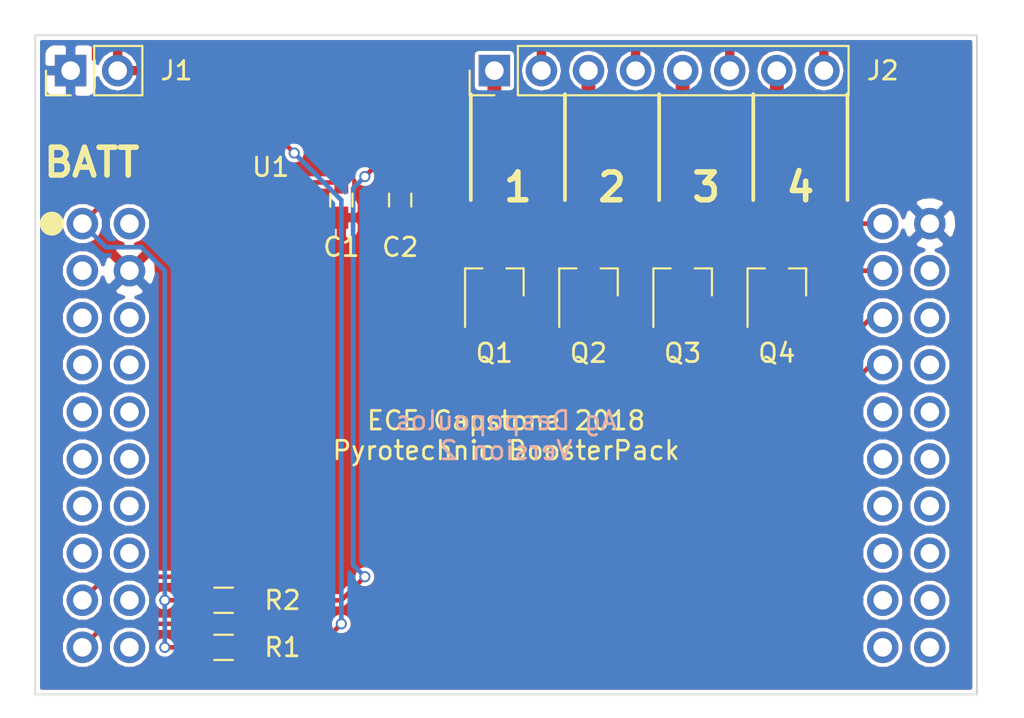
<source format=kicad_pcb>
(kicad_pcb (version 4) (host pcbnew 4.0.7-e2-6376~58~ubuntu16.04.1)

  (general
    (links 37)
    (no_connects 0)
    (area 122.555 89.86738 177.800001 129.540001)
    (thickness 1.6)
    (drawings 17)
    (tracks 80)
    (zones 0)
    (modules 12)
    (nets 50)
  )

  (page A4)
  (layers
    (0 F.Cu signal)
    (31 B.Cu signal)
    (32 B.Adhes user)
    (33 F.Adhes user)
    (34 B.Paste user)
    (35 F.Paste user)
    (36 B.SilkS user)
    (37 F.SilkS user)
    (38 B.Mask user)
    (39 F.Mask user)
    (40 Dwgs.User user)
    (41 Cmts.User user)
    (42 Eco1.User user)
    (43 Eco2.User user)
    (44 Edge.Cuts user)
    (45 Margin user)
    (46 B.CrtYd user)
    (47 F.CrtYd user)
    (48 B.Fab user)
    (49 F.Fab user)
  )

  (setup
    (last_trace_width 0.25)
    (user_trace_width 0.5)
    (user_trace_width 0.75)
    (user_trace_width 1)
    (trace_clearance 0.2)
    (zone_clearance 0.2032)
    (zone_45_only yes)
    (trace_min 0.2)
    (segment_width 0.2)
    (edge_width 0.1)
    (via_size 0.6)
    (via_drill 0.4)
    (via_min_size 0.4)
    (via_min_drill 0.3)
    (uvia_size 0.3)
    (uvia_drill 0.1)
    (uvias_allowed no)
    (uvia_min_size 0.2)
    (uvia_min_drill 0.1)
    (pcb_text_width 0.3)
    (pcb_text_size 1.5 1.5)
    (mod_edge_width 0.15)
    (mod_text_size 1 1)
    (mod_text_width 0.15)
    (pad_size 1.5 1.5)
    (pad_drill 0.6)
    (pad_to_mask_clearance 0)
    (aux_axis_origin 0 0)
    (grid_origin 139.7 111.76)
    (visible_elements FFFFFF7F)
    (pcbplotparams
      (layerselection 0x00030_80000001)
      (usegerberextensions false)
      (excludeedgelayer true)
      (linewidth 0.100000)
      (plotframeref false)
      (viasonmask false)
      (mode 1)
      (useauxorigin false)
      (hpglpennumber 1)
      (hpglpenspeed 20)
      (hpglpendiameter 15)
      (hpglpenoverlay 2)
      (psnegative false)
      (psa4output false)
      (plotreference true)
      (plotvalue true)
      (plotinvisibletext false)
      (padsonsilk false)
      (subtractmaskfromsilk false)
      (outputformat 1)
      (mirror false)
      (drillshape 1)
      (scaleselection 1)
      (outputdirectory ""))
  )

  (net 0 "")
  (net 1 GND)
  (net 2 +BATT)
  (net 3 /PYRO_1_OUT)
  (net 4 /PYRO_2_OUT)
  (net 5 /PYRO_3_OUT)
  (net 6 /PYRO_4_OUT)
  (net 7 "Net-(J3-Pad2)")
  (net 8 "Net-(J3-Pad3)")
  (net 9 "Net-(J3-Pad4)")
  (net 10 "Net-(J3-Pad5)")
  (net 11 "Net-(J3-Pad6)")
  (net 12 "Net-(J3-Pad7)")
  (net 13 "Net-(J3-Pad8)")
  (net 14 "Net-(J3-Pad11)")
  (net 15 "Net-(J3-Pad12)")
  (net 16 "Net-(J3-Pad13)")
  (net 17 "Net-(J3-Pad14)")
  (net 18 "Net-(J3-Pad15)")
  (net 19 "Net-(J3-Pad16)")
  (net 20 "Net-(J3-Pad17)")
  (net 21 "Net-(J3-Pad18)")
  (net 22 "Net-(J3-Pad19)")
  (net 23 "Net-(J3-Pad21)")
  (net 24 "Net-(J3-Pad23)")
  (net 25 "Net-(J3-Pad24)")
  (net 26 "Net-(J3-Pad25)")
  (net 27 "Net-(J3-Pad26)")
  (net 28 "Net-(J3-Pad27)")
  (net 29 "Net-(J3-Pad28)")
  (net 30 "Net-(J3-Pad29)")
  (net 31 "Net-(J3-Pad30)")
  (net 32 "Net-(J3-Pad31)")
  (net 33 "Net-(J3-Pad32)")
  (net 34 "Net-(J3-Pad33)")
  (net 35 "Net-(J3-Pad34)")
  (net 36 "Net-(J3-Pad35)")
  (net 37 "Net-(J3-Pad36)")
  (net 38 /PYRO_1_EN)
  (net 39 /PYRO_2_EN)
  (net 40 /PYRO_3_EN)
  (net 41 /PYRO_4_EN)
  (net 42 +3V3)
  (net 43 /BATT_LOAD)
  (net 44 /SCL)
  (net 45 /SDA)
  (net 46 "Net-(U1-Pad13)")
  (net 47 "Net-(U1-Pad7)")
  (net 48 "Net-(U1-Pad5)")
  (net 49 "Net-(U1-Pad4)")

  (net_class Default "This is the default net class."
    (clearance 0.2)
    (trace_width 0.25)
    (via_dia 0.6)
    (via_drill 0.4)
    (uvia_dia 0.3)
    (uvia_drill 0.1)
    (add_net +3V3)
    (add_net +BATT)
    (add_net /BATT_LOAD)
    (add_net /PYRO_1_EN)
    (add_net /PYRO_1_OUT)
    (add_net /PYRO_2_EN)
    (add_net /PYRO_2_OUT)
    (add_net /PYRO_3_EN)
    (add_net /PYRO_3_OUT)
    (add_net /PYRO_4_EN)
    (add_net /PYRO_4_OUT)
    (add_net /SCL)
    (add_net /SDA)
    (add_net GND)
    (add_net "Net-(J3-Pad11)")
    (add_net "Net-(J3-Pad12)")
    (add_net "Net-(J3-Pad13)")
    (add_net "Net-(J3-Pad14)")
    (add_net "Net-(J3-Pad15)")
    (add_net "Net-(J3-Pad16)")
    (add_net "Net-(J3-Pad17)")
    (add_net "Net-(J3-Pad18)")
    (add_net "Net-(J3-Pad19)")
    (add_net "Net-(J3-Pad2)")
    (add_net "Net-(J3-Pad21)")
    (add_net "Net-(J3-Pad23)")
    (add_net "Net-(J3-Pad24)")
    (add_net "Net-(J3-Pad25)")
    (add_net "Net-(J3-Pad26)")
    (add_net "Net-(J3-Pad27)")
    (add_net "Net-(J3-Pad28)")
    (add_net "Net-(J3-Pad29)")
    (add_net "Net-(J3-Pad3)")
    (add_net "Net-(J3-Pad30)")
    (add_net "Net-(J3-Pad31)")
    (add_net "Net-(J3-Pad32)")
    (add_net "Net-(J3-Pad33)")
    (add_net "Net-(J3-Pad34)")
    (add_net "Net-(J3-Pad35)")
    (add_net "Net-(J3-Pad36)")
    (add_net "Net-(J3-Pad4)")
    (add_net "Net-(J3-Pad5)")
    (add_net "Net-(J3-Pad6)")
    (add_net "Net-(J3-Pad7)")
    (add_net "Net-(J3-Pad8)")
    (add_net "Net-(U1-Pad13)")
    (add_net "Net-(U1-Pad4)")
    (add_net "Net-(U1-Pad5)")
    (add_net "Net-(U1-Pad7)")
  )

  (module capstone_board_components:tssop-16 (layer F.Cu) (tedit 5A83B28E) (tstamp 5A83A3D7)
    (at 135.255 93.98 270)
    (path /5A839AFF)
    (fp_text reference U1 (at 5.842 -1.905 360) (layer F.SilkS)
      (effects (font (size 1 1) (thickness 0.15)))
    )
    (fp_text value ina260 (at 5.5 -4 360) (layer F.Fab) hide
      (effects (font (size 1 1) (thickness 0.15)))
    )
    (pad 16 smd rect (at 0 -7.4 270) (size 0.35 2) (layers F.Cu F.Paste F.Mask)
      (net 43 /BATT_LOAD))
    (pad 15 smd rect (at 0.65 -7.4 270) (size 0.35 2) (layers F.Cu F.Paste F.Mask)
      (net 43 /BATT_LOAD))
    (pad 14 smd rect (at 1.3 -7.4 270) (size 0.35 2) (layers F.Cu F.Paste F.Mask)
      (net 43 /BATT_LOAD))
    (pad 13 smd rect (at 1.95 -7.4 270) (size 0.35 2) (layers F.Cu F.Paste F.Mask)
      (net 46 "Net-(U1-Pad13)"))
    (pad 12 smd rect (at 2.6 -7.4 270) (size 0.35 2) (layers F.Cu F.Paste F.Mask)
      (net 2 +BATT))
    (pad 11 smd rect (at 3.25 -7.4 270) (size 0.35 2) (layers F.Cu F.Paste F.Mask)
      (net 1 GND))
    (pad 10 smd rect (at 3.9 -7.4 270) (size 0.35 2) (layers F.Cu F.Paste F.Mask)
      (net 42 +3V3))
    (pad 9 smd rect (at 4.55 -7.4 270) (size 0.35 2) (layers F.Cu F.Paste F.Mask)
      (net 44 /SCL))
    (pad 8 smd rect (at 4.55 0 270) (size 0.35 2) (layers F.Cu F.Paste F.Mask)
      (net 45 /SDA))
    (pad 7 smd rect (at 3.9 0 270) (size 0.35 2) (layers F.Cu F.Paste F.Mask)
      (net 47 "Net-(U1-Pad7)"))
    (pad 6 smd rect (at 3.25 0 270) (size 0.35 2) (layers F.Cu F.Paste F.Mask)
      (net 1 GND))
    (pad 5 smd rect (at 2.6 0 270) (size 0.35 2) (layers F.Cu F.Paste F.Mask)
      (net 48 "Net-(U1-Pad5)"))
    (pad 4 smd rect (at 1.95 0 270) (size 0.35 2) (layers F.Cu F.Paste F.Mask)
      (net 49 "Net-(U1-Pad4)"))
    (pad 3 smd rect (at 1.3 0 270) (size 0.35 2) (layers F.Cu F.Paste F.Mask)
      (net 2 +BATT))
    (pad 2 smd rect (at 0.65 0 270) (size 0.35 2) (layers F.Cu F.Paste F.Mask)
      (net 2 +BATT))
    (pad 1 smd rect (at 0 0 270) (size 0.35 2) (layers F.Cu F.Paste F.Mask)
      (net 2 +BATT))
  )

  (module Pin_Headers:Pin_Header_Straight_1x02_Pitch2.54mm (layer F.Cu) (tedit 5A83B25C) (tstamp 5A80B72F)
    (at 126.365 94.615 90)
    (descr "Through hole straight pin header, 1x02, 2.54mm pitch, single row")
    (tags "Through hole pin header THT 1x02 2.54mm single row")
    (path /5A80B5A5)
    (fp_text reference J1 (at 0 5.715 180) (layer F.SilkS)
      (effects (font (size 1 1) (thickness 0.15)))
    )
    (fp_text value Conn_01x02 (at 0 4.87 90) (layer F.Fab) hide
      (effects (font (size 1 1) (thickness 0.15)))
    )
    (fp_line (start -0.635 -1.27) (end 1.27 -1.27) (layer F.Fab) (width 0.1))
    (fp_line (start 1.27 -1.27) (end 1.27 3.81) (layer F.Fab) (width 0.1))
    (fp_line (start 1.27 3.81) (end -1.27 3.81) (layer F.Fab) (width 0.1))
    (fp_line (start -1.27 3.81) (end -1.27 -0.635) (layer F.Fab) (width 0.1))
    (fp_line (start -1.27 -0.635) (end -0.635 -1.27) (layer F.Fab) (width 0.1))
    (fp_line (start -1.33 3.87) (end 1.33 3.87) (layer F.SilkS) (width 0.12))
    (fp_line (start -1.33 1.27) (end -1.33 3.87) (layer F.SilkS) (width 0.12))
    (fp_line (start 1.33 1.27) (end 1.33 3.87) (layer F.SilkS) (width 0.12))
    (fp_line (start -1.33 1.27) (end 1.33 1.27) (layer F.SilkS) (width 0.12))
    (fp_line (start -1.33 0) (end -1.33 -1.33) (layer F.SilkS) (width 0.12))
    (fp_line (start -1.33 -1.33) (end 0 -1.33) (layer F.SilkS) (width 0.12))
    (fp_line (start -1.8 -1.8) (end -1.8 4.35) (layer F.CrtYd) (width 0.05))
    (fp_line (start -1.8 4.35) (end 1.8 4.35) (layer F.CrtYd) (width 0.05))
    (fp_line (start 1.8 4.35) (end 1.8 -1.8) (layer F.CrtYd) (width 0.05))
    (fp_line (start 1.8 -1.8) (end -1.8 -1.8) (layer F.CrtYd) (width 0.05))
    (fp_text user %R (at 0 1.27 180) (layer F.Fab) hide
      (effects (font (size 1 1) (thickness 0.15)))
    )
    (pad 1 thru_hole rect (at 0 0 90) (size 1.7 1.7) (drill 1) (layers *.Cu *.Mask)
      (net 1 GND))
    (pad 2 thru_hole oval (at 0 2.54 90) (size 1.7 1.7) (drill 1) (layers *.Cu *.Mask)
      (net 2 +BATT))
    (model ${KISYS3DMOD}/Pin_Headers.3dshapes/Pin_Header_Straight_1x02_Pitch2.54mm.wrl
      (at (xyz 0 0 0))
      (scale (xyz 1 1 1))
      (rotate (xyz 0 0 0))
    )
  )

  (module Pin_Headers:Pin_Header_Straight_1x08_Pitch2.54mm (layer F.Cu) (tedit 5A83B260) (tstamp 5A80B73B)
    (at 149.225 94.615 90)
    (descr "Through hole straight pin header, 1x08, 2.54mm pitch, single row")
    (tags "Through hole pin header THT 1x08 2.54mm single row")
    (path /5A80B7A4)
    (fp_text reference J2 (at 0 20.955 180) (layer F.SilkS)
      (effects (font (size 1 1) (thickness 0.15)))
    )
    (fp_text value Conn_01x08 (at 0 20.11 90) (layer F.Fab) hide
      (effects (font (size 1 1) (thickness 0.15)))
    )
    (fp_line (start -0.635 -1.27) (end 1.27 -1.27) (layer F.Fab) (width 0.1))
    (fp_line (start 1.27 -1.27) (end 1.27 19.05) (layer F.Fab) (width 0.1))
    (fp_line (start 1.27 19.05) (end -1.27 19.05) (layer F.Fab) (width 0.1))
    (fp_line (start -1.27 19.05) (end -1.27 -0.635) (layer F.Fab) (width 0.1))
    (fp_line (start -1.27 -0.635) (end -0.635 -1.27) (layer F.Fab) (width 0.1))
    (fp_line (start -1.33 19.11) (end 1.33 19.11) (layer F.SilkS) (width 0.12))
    (fp_line (start -1.33 1.27) (end -1.33 19.11) (layer F.SilkS) (width 0.12))
    (fp_line (start 1.33 1.27) (end 1.33 19.11) (layer F.SilkS) (width 0.12))
    (fp_line (start -1.33 1.27) (end 1.33 1.27) (layer F.SilkS) (width 0.12))
    (fp_line (start -1.33 0) (end -1.33 -1.33) (layer F.SilkS) (width 0.12))
    (fp_line (start -1.33 -1.33) (end 0 -1.33) (layer F.SilkS) (width 0.12))
    (fp_line (start -1.8 -1.8) (end -1.8 19.55) (layer F.CrtYd) (width 0.05))
    (fp_line (start -1.8 19.55) (end 1.8 19.55) (layer F.CrtYd) (width 0.05))
    (fp_line (start 1.8 19.55) (end 1.8 -1.8) (layer F.CrtYd) (width 0.05))
    (fp_line (start 1.8 -1.8) (end -1.8 -1.8) (layer F.CrtYd) (width 0.05))
    (fp_text user %R (at 0 8.89 180) (layer F.Fab) hide
      (effects (font (size 1 1) (thickness 0.15)))
    )
    (pad 1 thru_hole rect (at 0 0 90) (size 1.7 1.7) (drill 1) (layers *.Cu *.Mask)
      (net 3 /PYRO_1_OUT))
    (pad 2 thru_hole oval (at 0 2.54 90) (size 1.7 1.7) (drill 1) (layers *.Cu *.Mask)
      (net 43 /BATT_LOAD))
    (pad 3 thru_hole oval (at 0 5.08 90) (size 1.7 1.7) (drill 1) (layers *.Cu *.Mask)
      (net 4 /PYRO_2_OUT))
    (pad 4 thru_hole oval (at 0 7.62 90) (size 1.7 1.7) (drill 1) (layers *.Cu *.Mask)
      (net 43 /BATT_LOAD))
    (pad 5 thru_hole oval (at 0 10.16 90) (size 1.7 1.7) (drill 1) (layers *.Cu *.Mask)
      (net 5 /PYRO_3_OUT))
    (pad 6 thru_hole oval (at 0 12.7 90) (size 1.7 1.7) (drill 1) (layers *.Cu *.Mask)
      (net 43 /BATT_LOAD))
    (pad 7 thru_hole oval (at 0 15.24 90) (size 1.7 1.7) (drill 1) (layers *.Cu *.Mask)
      (net 6 /PYRO_4_OUT))
    (pad 8 thru_hole oval (at 0 17.78 90) (size 1.7 1.7) (drill 1) (layers *.Cu *.Mask)
      (net 43 /BATT_LOAD))
    (model ${KISYS3DMOD}/Pin_Headers.3dshapes/Pin_Header_Straight_1x08_Pitch2.54mm.wrl
      (at (xyz 0 0 0))
      (scale (xyz 1 1 1))
      (rotate (xyz 0 0 0))
    )
  )

  (module TO_SOT_Packages_SMD:SOT-23_Handsoldering (layer F.Cu) (tedit 5A80C34F) (tstamp 5A80B76E)
    (at 149.225 106.045 90)
    (descr "SOT-23, Handsoldering")
    (tags SOT-23)
    (path /5A80B0E0)
    (attr smd)
    (fp_text reference Q1 (at -3.81 0 180) (layer F.SilkS)
      (effects (font (size 1 1) (thickness 0.15)))
    )
    (fp_text value Q_NMOS_GSD (at 0 2.5 90) (layer F.Fab) hide
      (effects (font (size 1 1) (thickness 0.15)))
    )
    (fp_text user %R (at 0 0 180) (layer F.Fab)
      (effects (font (size 0.5 0.5) (thickness 0.075)))
    )
    (fp_line (start 0.76 1.58) (end 0.76 0.65) (layer F.SilkS) (width 0.12))
    (fp_line (start 0.76 -1.58) (end 0.76 -0.65) (layer F.SilkS) (width 0.12))
    (fp_line (start -2.7 -1.75) (end 2.7 -1.75) (layer F.CrtYd) (width 0.05))
    (fp_line (start 2.7 -1.75) (end 2.7 1.75) (layer F.CrtYd) (width 0.05))
    (fp_line (start 2.7 1.75) (end -2.7 1.75) (layer F.CrtYd) (width 0.05))
    (fp_line (start -2.7 1.75) (end -2.7 -1.75) (layer F.CrtYd) (width 0.05))
    (fp_line (start 0.76 -1.58) (end -2.4 -1.58) (layer F.SilkS) (width 0.12))
    (fp_line (start -0.7 -0.95) (end -0.7 1.5) (layer F.Fab) (width 0.1))
    (fp_line (start -0.15 -1.52) (end 0.7 -1.52) (layer F.Fab) (width 0.1))
    (fp_line (start -0.7 -0.95) (end -0.15 -1.52) (layer F.Fab) (width 0.1))
    (fp_line (start 0.7 -1.52) (end 0.7 1.52) (layer F.Fab) (width 0.1))
    (fp_line (start -0.7 1.52) (end 0.7 1.52) (layer F.Fab) (width 0.1))
    (fp_line (start 0.76 1.58) (end -0.7 1.58) (layer F.SilkS) (width 0.12))
    (pad 1 smd rect (at -1.5 -0.95 90) (size 1.9 0.8) (layers F.Cu F.Paste F.Mask)
      (net 38 /PYRO_1_EN))
    (pad 2 smd rect (at -1.5 0.95 90) (size 1.9 0.8) (layers F.Cu F.Paste F.Mask)
      (net 1 GND))
    (pad 3 smd rect (at 1.5 0 90) (size 1.9 0.8) (layers F.Cu F.Paste F.Mask)
      (net 3 /PYRO_1_OUT))
    (model ${KISYS3DMOD}/TO_SOT_Packages_SMD.3dshapes\SOT-23.wrl
      (at (xyz 0 0 0))
      (scale (xyz 1 1 1))
      (rotate (xyz 0 0 0))
    )
  )

  (module TO_SOT_Packages_SMD:SOT-23_Handsoldering (layer F.Cu) (tedit 5A80C354) (tstamp 5A80B775)
    (at 154.305 106.045 90)
    (descr "SOT-23, Handsoldering")
    (tags SOT-23)
    (path /5A80B43B)
    (attr smd)
    (fp_text reference Q2 (at -3.81 0 180) (layer F.SilkS)
      (effects (font (size 1 1) (thickness 0.15)))
    )
    (fp_text value Q_NMOS_GSD (at 0 2.5 90) (layer F.Fab) hide
      (effects (font (size 1 1) (thickness 0.15)))
    )
    (fp_text user %R (at 0 0 180) (layer F.Fab)
      (effects (font (size 0.5 0.5) (thickness 0.075)))
    )
    (fp_line (start 0.76 1.58) (end 0.76 0.65) (layer F.SilkS) (width 0.12))
    (fp_line (start 0.76 -1.58) (end 0.76 -0.65) (layer F.SilkS) (width 0.12))
    (fp_line (start -2.7 -1.75) (end 2.7 -1.75) (layer F.CrtYd) (width 0.05))
    (fp_line (start 2.7 -1.75) (end 2.7 1.75) (layer F.CrtYd) (width 0.05))
    (fp_line (start 2.7 1.75) (end -2.7 1.75) (layer F.CrtYd) (width 0.05))
    (fp_line (start -2.7 1.75) (end -2.7 -1.75) (layer F.CrtYd) (width 0.05))
    (fp_line (start 0.76 -1.58) (end -2.4 -1.58) (layer F.SilkS) (width 0.12))
    (fp_line (start -0.7 -0.95) (end -0.7 1.5) (layer F.Fab) (width 0.1))
    (fp_line (start -0.15 -1.52) (end 0.7 -1.52) (layer F.Fab) (width 0.1))
    (fp_line (start -0.7 -0.95) (end -0.15 -1.52) (layer F.Fab) (width 0.1))
    (fp_line (start 0.7 -1.52) (end 0.7 1.52) (layer F.Fab) (width 0.1))
    (fp_line (start -0.7 1.52) (end 0.7 1.52) (layer F.Fab) (width 0.1))
    (fp_line (start 0.76 1.58) (end -0.7 1.58) (layer F.SilkS) (width 0.12))
    (pad 1 smd rect (at -1.5 -0.95 90) (size 1.9 0.8) (layers F.Cu F.Paste F.Mask)
      (net 39 /PYRO_2_EN))
    (pad 2 smd rect (at -1.5 0.95 90) (size 1.9 0.8) (layers F.Cu F.Paste F.Mask)
      (net 1 GND))
    (pad 3 smd rect (at 1.5 0 90) (size 1.9 0.8) (layers F.Cu F.Paste F.Mask)
      (net 4 /PYRO_2_OUT))
    (model ${KISYS3DMOD}/TO_SOT_Packages_SMD.3dshapes\SOT-23.wrl
      (at (xyz 0 0 0))
      (scale (xyz 1 1 1))
      (rotate (xyz 0 0 0))
    )
  )

  (module TO_SOT_Packages_SMD:SOT-23_Handsoldering (layer F.Cu) (tedit 5A80C357) (tstamp 5A80B77C)
    (at 159.385 106.045 90)
    (descr "SOT-23, Handsoldering")
    (tags SOT-23)
    (path /5A80B329)
    (attr smd)
    (fp_text reference Q3 (at -3.81 0 180) (layer F.SilkS)
      (effects (font (size 1 1) (thickness 0.15)))
    )
    (fp_text value Q_NMOS_GSD (at 0 2.5 90) (layer F.Fab) hide
      (effects (font (size 1 1) (thickness 0.15)))
    )
    (fp_text user %R (at 0 0 180) (layer F.Fab)
      (effects (font (size 0.5 0.5) (thickness 0.075)))
    )
    (fp_line (start 0.76 1.58) (end 0.76 0.65) (layer F.SilkS) (width 0.12))
    (fp_line (start 0.76 -1.58) (end 0.76 -0.65) (layer F.SilkS) (width 0.12))
    (fp_line (start -2.7 -1.75) (end 2.7 -1.75) (layer F.CrtYd) (width 0.05))
    (fp_line (start 2.7 -1.75) (end 2.7 1.75) (layer F.CrtYd) (width 0.05))
    (fp_line (start 2.7 1.75) (end -2.7 1.75) (layer F.CrtYd) (width 0.05))
    (fp_line (start -2.7 1.75) (end -2.7 -1.75) (layer F.CrtYd) (width 0.05))
    (fp_line (start 0.76 -1.58) (end -2.4 -1.58) (layer F.SilkS) (width 0.12))
    (fp_line (start -0.7 -0.95) (end -0.7 1.5) (layer F.Fab) (width 0.1))
    (fp_line (start -0.15 -1.52) (end 0.7 -1.52) (layer F.Fab) (width 0.1))
    (fp_line (start -0.7 -0.95) (end -0.15 -1.52) (layer F.Fab) (width 0.1))
    (fp_line (start 0.7 -1.52) (end 0.7 1.52) (layer F.Fab) (width 0.1))
    (fp_line (start -0.7 1.52) (end 0.7 1.52) (layer F.Fab) (width 0.1))
    (fp_line (start 0.76 1.58) (end -0.7 1.58) (layer F.SilkS) (width 0.12))
    (pad 1 smd rect (at -1.5 -0.95 90) (size 1.9 0.8) (layers F.Cu F.Paste F.Mask)
      (net 40 /PYRO_3_EN))
    (pad 2 smd rect (at -1.5 0.95 90) (size 1.9 0.8) (layers F.Cu F.Paste F.Mask)
      (net 1 GND))
    (pad 3 smd rect (at 1.5 0 90) (size 1.9 0.8) (layers F.Cu F.Paste F.Mask)
      (net 5 /PYRO_3_OUT))
    (model ${KISYS3DMOD}/TO_SOT_Packages_SMD.3dshapes\SOT-23.wrl
      (at (xyz 0 0 0))
      (scale (xyz 1 1 1))
      (rotate (xyz 0 0 0))
    )
  )

  (module TO_SOT_Packages_SMD:SOT-23_Handsoldering (layer F.Cu) (tedit 5A80C35C) (tstamp 5A80B783)
    (at 164.465 106.045 90)
    (descr "SOT-23, Handsoldering")
    (tags SOT-23)
    (path /5A80B44C)
    (attr smd)
    (fp_text reference Q4 (at -3.81 0 180) (layer F.SilkS)
      (effects (font (size 1 1) (thickness 0.15)))
    )
    (fp_text value Q_NMOS_GSD (at 0 2.5 90) (layer F.Fab) hide
      (effects (font (size 1 1) (thickness 0.15)))
    )
    (fp_text user %R (at 0 0 180) (layer F.Fab)
      (effects (font (size 0.5 0.5) (thickness 0.075)))
    )
    (fp_line (start 0.76 1.58) (end 0.76 0.65) (layer F.SilkS) (width 0.12))
    (fp_line (start 0.76 -1.58) (end 0.76 -0.65) (layer F.SilkS) (width 0.12))
    (fp_line (start -2.7 -1.75) (end 2.7 -1.75) (layer F.CrtYd) (width 0.05))
    (fp_line (start 2.7 -1.75) (end 2.7 1.75) (layer F.CrtYd) (width 0.05))
    (fp_line (start 2.7 1.75) (end -2.7 1.75) (layer F.CrtYd) (width 0.05))
    (fp_line (start -2.7 1.75) (end -2.7 -1.75) (layer F.CrtYd) (width 0.05))
    (fp_line (start 0.76 -1.58) (end -2.4 -1.58) (layer F.SilkS) (width 0.12))
    (fp_line (start -0.7 -0.95) (end -0.7 1.5) (layer F.Fab) (width 0.1))
    (fp_line (start -0.15 -1.52) (end 0.7 -1.52) (layer F.Fab) (width 0.1))
    (fp_line (start -0.7 -0.95) (end -0.15 -1.52) (layer F.Fab) (width 0.1))
    (fp_line (start 0.7 -1.52) (end 0.7 1.52) (layer F.Fab) (width 0.1))
    (fp_line (start -0.7 1.52) (end 0.7 1.52) (layer F.Fab) (width 0.1))
    (fp_line (start 0.76 1.58) (end -0.7 1.58) (layer F.SilkS) (width 0.12))
    (pad 1 smd rect (at -1.5 -0.95 90) (size 1.9 0.8) (layers F.Cu F.Paste F.Mask)
      (net 41 /PYRO_4_EN))
    (pad 2 smd rect (at -1.5 0.95 90) (size 1.9 0.8) (layers F.Cu F.Paste F.Mask)
      (net 1 GND))
    (pad 3 smd rect (at 1.5 0 90) (size 1.9 0.8) (layers F.Cu F.Paste F.Mask)
      (net 6 /PYRO_4_OUT))
    (model ${KISYS3DMOD}/TO_SOT_Packages_SMD.3dshapes\SOT-23.wrl
      (at (xyz 0 0 0))
      (scale (xyz 1 1 1))
      (rotate (xyz 0 0 0))
    )
  )

  (module Capacitors_SMD:C_0603_HandSoldering (layer F.Cu) (tedit 5A83A5D2) (tstamp 5A83A3B1)
    (at 140.97 101.6 90)
    (descr "Capacitor SMD 0603, hand soldering")
    (tags "capacitor 0603")
    (path /5A83A54F)
    (attr smd)
    (fp_text reference C1 (at -2.54 0 180) (layer F.SilkS)
      (effects (font (size 1 1) (thickness 0.15)))
    )
    (fp_text value 0.1uF (at 0 1.5 90) (layer F.Fab) hide
      (effects (font (size 1 1) (thickness 0.15)))
    )
    (fp_text user %R (at -3.175 0 90) (layer F.Fab) hide
      (effects (font (size 1 1) (thickness 0.15)))
    )
    (fp_line (start -0.8 0.4) (end -0.8 -0.4) (layer F.Fab) (width 0.1))
    (fp_line (start 0.8 0.4) (end -0.8 0.4) (layer F.Fab) (width 0.1))
    (fp_line (start 0.8 -0.4) (end 0.8 0.4) (layer F.Fab) (width 0.1))
    (fp_line (start -0.8 -0.4) (end 0.8 -0.4) (layer F.Fab) (width 0.1))
    (fp_line (start -0.35 -0.6) (end 0.35 -0.6) (layer F.SilkS) (width 0.12))
    (fp_line (start 0.35 0.6) (end -0.35 0.6) (layer F.SilkS) (width 0.12))
    (fp_line (start -1.8 -0.65) (end 1.8 -0.65) (layer F.CrtYd) (width 0.05))
    (fp_line (start -1.8 -0.65) (end -1.8 0.65) (layer F.CrtYd) (width 0.05))
    (fp_line (start 1.8 0.65) (end 1.8 -0.65) (layer F.CrtYd) (width 0.05))
    (fp_line (start 1.8 0.65) (end -1.8 0.65) (layer F.CrtYd) (width 0.05))
    (pad 1 smd rect (at -0.95 0 90) (size 1.2 0.75) (layers F.Cu F.Paste F.Mask)
      (net 1 GND))
    (pad 2 smd rect (at 0.95 0 90) (size 1.2 0.75) (layers F.Cu F.Paste F.Mask)
      (net 42 +3V3))
    (model Capacitors_SMD.3dshapes/C_0603.wrl
      (at (xyz 0 0 0))
      (scale (xyz 1 1 1))
      (rotate (xyz 0 0 0))
    )
  )

  (module Capacitors_SMD:C_0603_HandSoldering (layer F.Cu) (tedit 5A83A5CF) (tstamp 5A83A3B7)
    (at 144.145 101.6 90)
    (descr "Capacitor SMD 0603, hand soldering")
    (tags "capacitor 0603")
    (path /5A83B224)
    (attr smd)
    (fp_text reference C2 (at -2.54 0 180) (layer F.SilkS)
      (effects (font (size 1 1) (thickness 0.15)))
    )
    (fp_text value 0.1uF (at 0 1.5 90) (layer F.Fab) hide
      (effects (font (size 1 1) (thickness 0.15)))
    )
    (fp_text user %R (at -3.175 0 90) (layer F.Fab) hide
      (effects (font (size 1 1) (thickness 0.15)))
    )
    (fp_line (start -0.8 0.4) (end -0.8 -0.4) (layer F.Fab) (width 0.1))
    (fp_line (start 0.8 0.4) (end -0.8 0.4) (layer F.Fab) (width 0.1))
    (fp_line (start 0.8 -0.4) (end 0.8 0.4) (layer F.Fab) (width 0.1))
    (fp_line (start -0.8 -0.4) (end 0.8 -0.4) (layer F.Fab) (width 0.1))
    (fp_line (start -0.35 -0.6) (end 0.35 -0.6) (layer F.SilkS) (width 0.12))
    (fp_line (start 0.35 0.6) (end -0.35 0.6) (layer F.SilkS) (width 0.12))
    (fp_line (start -1.8 -0.65) (end 1.8 -0.65) (layer F.CrtYd) (width 0.05))
    (fp_line (start -1.8 -0.65) (end -1.8 0.65) (layer F.CrtYd) (width 0.05))
    (fp_line (start 1.8 0.65) (end 1.8 -0.65) (layer F.CrtYd) (width 0.05))
    (fp_line (start 1.8 0.65) (end -1.8 0.65) (layer F.CrtYd) (width 0.05))
    (pad 1 smd rect (at -0.95 0 90) (size 1.2 0.75) (layers F.Cu F.Paste F.Mask)
      (net 1 GND))
    (pad 2 smd rect (at 0.95 0 90) (size 1.2 0.75) (layers F.Cu F.Paste F.Mask)
      (net 2 +BATT))
    (model Capacitors_SMD.3dshapes/C_0603.wrl
      (at (xyz 0 0 0))
      (scale (xyz 1 1 1))
      (rotate (xyz 0 0 0))
    )
  )

  (module Resistors_SMD:R_0603_HandSoldering (layer F.Cu) (tedit 5A83A645) (tstamp 5A83A3BD)
    (at 134.62 125.73)
    (descr "Resistor SMD 0603, hand soldering")
    (tags "resistor 0603")
    (path /5A83A243)
    (attr smd)
    (fp_text reference R1 (at 3.175 0) (layer F.SilkS)
      (effects (font (size 1 1) (thickness 0.15)))
    )
    (fp_text value 4.7k (at 0 1.55) (layer F.Fab) hide
      (effects (font (size 1 1) (thickness 0.15)))
    )
    (fp_text user %R (at 0 0) (layer F.Fab)
      (effects (font (size 0.4 0.4) (thickness 0.075)))
    )
    (fp_line (start -0.8 0.4) (end -0.8 -0.4) (layer F.Fab) (width 0.1))
    (fp_line (start 0.8 0.4) (end -0.8 0.4) (layer F.Fab) (width 0.1))
    (fp_line (start 0.8 -0.4) (end 0.8 0.4) (layer F.Fab) (width 0.1))
    (fp_line (start -0.8 -0.4) (end 0.8 -0.4) (layer F.Fab) (width 0.1))
    (fp_line (start 0.5 0.68) (end -0.5 0.68) (layer F.SilkS) (width 0.12))
    (fp_line (start -0.5 -0.68) (end 0.5 -0.68) (layer F.SilkS) (width 0.12))
    (fp_line (start -1.96 -0.7) (end 1.95 -0.7) (layer F.CrtYd) (width 0.05))
    (fp_line (start -1.96 -0.7) (end -1.96 0.7) (layer F.CrtYd) (width 0.05))
    (fp_line (start 1.95 0.7) (end 1.95 -0.7) (layer F.CrtYd) (width 0.05))
    (fp_line (start 1.95 0.7) (end -1.96 0.7) (layer F.CrtYd) (width 0.05))
    (pad 1 smd rect (at -1.1 0) (size 1.2 0.9) (layers F.Cu F.Paste F.Mask)
      (net 42 +3V3))
    (pad 2 smd rect (at 1.1 0) (size 1.2 0.9) (layers F.Cu F.Paste F.Mask)
      (net 45 /SDA))
    (model ${KISYS3DMOD}/Resistors_SMD.3dshapes/R_0603.wrl
      (at (xyz 0 0 0))
      (scale (xyz 1 1 1))
      (rotate (xyz 0 0 0))
    )
  )

  (module Resistors_SMD:R_0603_HandSoldering (layer F.Cu) (tedit 5A83A5F9) (tstamp 5A83A3C3)
    (at 134.62 123.19)
    (descr "Resistor SMD 0603, hand soldering")
    (tags "resistor 0603")
    (path /5A83A2A7)
    (attr smd)
    (fp_text reference R2 (at 3.175 0) (layer F.SilkS)
      (effects (font (size 1 1) (thickness 0.15)))
    )
    (fp_text value 4.7k (at 0 1.55) (layer F.Fab) hide
      (effects (font (size 1 1) (thickness 0.15)))
    )
    (fp_text user %R (at 0 0) (layer F.Fab)
      (effects (font (size 0.4 0.4) (thickness 0.075)))
    )
    (fp_line (start -0.8 0.4) (end -0.8 -0.4) (layer F.Fab) (width 0.1))
    (fp_line (start 0.8 0.4) (end -0.8 0.4) (layer F.Fab) (width 0.1))
    (fp_line (start 0.8 -0.4) (end 0.8 0.4) (layer F.Fab) (width 0.1))
    (fp_line (start -0.8 -0.4) (end 0.8 -0.4) (layer F.Fab) (width 0.1))
    (fp_line (start 0.5 0.68) (end -0.5 0.68) (layer F.SilkS) (width 0.12))
    (fp_line (start -0.5 -0.68) (end 0.5 -0.68) (layer F.SilkS) (width 0.12))
    (fp_line (start -1.96 -0.7) (end 1.95 -0.7) (layer F.CrtYd) (width 0.05))
    (fp_line (start -1.96 -0.7) (end -1.96 0.7) (layer F.CrtYd) (width 0.05))
    (fp_line (start 1.95 0.7) (end 1.95 -0.7) (layer F.CrtYd) (width 0.05))
    (fp_line (start 1.95 0.7) (end -1.96 0.7) (layer F.CrtYd) (width 0.05))
    (pad 1 smd rect (at -1.1 0) (size 1.2 0.9) (layers F.Cu F.Paste F.Mask)
      (net 42 +3V3))
    (pad 2 smd rect (at 1.1 0) (size 1.2 0.9) (layers F.Cu F.Paste F.Mask)
      (net 44 /SCL))
    (model ${KISYS3DMOD}/Resistors_SMD.3dshapes/R_0603.wrl
      (at (xyz 0 0 0))
      (scale (xyz 1 1 1))
      (rotate (xyz 0 0 0))
    )
  )

  (module capstone_board_components:ti_boosterpack_40pin (layer F.Cu) (tedit 5AB05A3E) (tstamp 5A80B767)
    (at 127 125.73)
    (path /5A73471C)
    (fp_text reference J3 (at 5.08 -22.606) (layer F.SilkS) hide
      (effects (font (size 1 1) (thickness 0.15)))
    )
    (fp_text value Conn_01x40 (at 7.62 2.54) (layer F.Fab)
      (effects (font (size 1 1) (thickness 0.15)))
    )
    (pad 2 thru_hole circle (at 0 -20.32) (size 1.7 1.7) (drill 1) (layers *.Cu *.Mask)
      (net 7 "Net-(J3-Pad2)"))
    (pad 1 thru_hole circle (at 0 -22.86) (size 1.7 1.7) (drill 1) (layers *.Cu *.Mask)
      (net 42 +3V3))
    (pad 3 thru_hole circle (at 0 -17.78) (size 1.7 1.7) (drill 1) (layers *.Cu *.Mask)
      (net 8 "Net-(J3-Pad3)"))
    (pad 4 thru_hole circle (at 0 -15.24) (size 1.7 1.7) (drill 1) (layers *.Cu *.Mask)
      (net 9 "Net-(J3-Pad4)"))
    (pad 5 thru_hole circle (at 0 -12.7) (size 1.7 1.7) (drill 1) (layers *.Cu *.Mask)
      (net 10 "Net-(J3-Pad5)"))
    (pad 6 thru_hole circle (at 0 -10.16) (size 1.7 1.7) (drill 1) (layers *.Cu *.Mask)
      (net 11 "Net-(J3-Pad6)"))
    (pad 7 thru_hole circle (at 0 -7.62) (size 1.7 1.7) (drill 1) (layers *.Cu *.Mask)
      (net 12 "Net-(J3-Pad7)"))
    (pad 8 thru_hole circle (at 0 -5.08) (size 1.7 1.7) (drill 1) (layers *.Cu *.Mask)
      (net 13 "Net-(J3-Pad8)"))
    (pad 9 thru_hole circle (at 0 -2.54) (size 1.7 1.7) (drill 1) (layers *.Cu *.Mask)
      (net 44 /SCL))
    (pad 10 thru_hole circle (at 0 0) (size 1.7 1.7) (drill 1) (layers *.Cu *.Mask)
      (net 45 /SDA))
    (pad 11 thru_hole circle (at 45.72 0) (size 1.7 1.7) (drill 1) (layers *.Cu *.Mask)
      (net 14 "Net-(J3-Pad11)"))
    (pad 12 thru_hole circle (at 45.72 -2.54) (size 1.7 1.7) (drill 1) (layers *.Cu *.Mask)
      (net 15 "Net-(J3-Pad12)"))
    (pad 13 thru_hole circle (at 45.72 -5.08) (size 1.7 1.7) (drill 1) (layers *.Cu *.Mask)
      (net 16 "Net-(J3-Pad13)"))
    (pad 14 thru_hole circle (at 45.72 -7.62) (size 1.7 1.7) (drill 1) (layers *.Cu *.Mask)
      (net 17 "Net-(J3-Pad14)"))
    (pad 15 thru_hole circle (at 45.72 -10.16) (size 1.7 1.7) (drill 1) (layers *.Cu *.Mask)
      (net 18 "Net-(J3-Pad15)"))
    (pad 16 thru_hole circle (at 45.72 -12.7) (size 1.7 1.7) (drill 1) (layers *.Cu *.Mask)
      (net 19 "Net-(J3-Pad16)"))
    (pad 17 thru_hole circle (at 45.72 -15.24) (size 1.7 1.7) (drill 1) (layers *.Cu *.Mask)
      (net 20 "Net-(J3-Pad17)"))
    (pad 18 thru_hole circle (at 45.72 -17.78) (size 1.7 1.7) (drill 1) (layers *.Cu *.Mask)
      (net 21 "Net-(J3-Pad18)"))
    (pad 19 thru_hole circle (at 45.72 -20.32) (size 1.7 1.7) (drill 1) (layers *.Cu *.Mask)
      (net 22 "Net-(J3-Pad19)"))
    (pad 20 thru_hole circle (at 45.72 -22.86) (size 1.7 1.7) (drill 1) (layers *.Cu *.Mask)
      (net 1 GND))
    (pad 21 thru_hole circle (at 2.54 -22.86) (size 1.7 1.7) (drill 1) (layers *.Cu *.Mask)
      (net 23 "Net-(J3-Pad21)"))
    (pad 22 thru_hole circle (at 2.54 -20.32) (size 1.7 1.7) (drill 1) (layers *.Cu *.Mask)
      (net 1 GND))
    (pad 23 thru_hole circle (at 2.54 -17.78) (size 1.7 1.7) (drill 1) (layers *.Cu *.Mask)
      (net 24 "Net-(J3-Pad23)"))
    (pad 24 thru_hole circle (at 2.54 -15.24) (size 1.7 1.7) (drill 1) (layers *.Cu *.Mask)
      (net 25 "Net-(J3-Pad24)"))
    (pad 25 thru_hole circle (at 2.54 -12.7) (size 1.7 1.7) (drill 1) (layers *.Cu *.Mask)
      (net 26 "Net-(J3-Pad25)"))
    (pad 26 thru_hole circle (at 2.54 -10.16) (size 1.7 1.7) (drill 1) (layers *.Cu *.Mask)
      (net 27 "Net-(J3-Pad26)"))
    (pad 27 thru_hole circle (at 2.54 -7.62) (size 1.7 1.7) (drill 1) (layers *.Cu *.Mask)
      (net 28 "Net-(J3-Pad27)"))
    (pad 28 thru_hole circle (at 2.54 -5.08) (size 1.7 1.7) (drill 1) (layers *.Cu *.Mask)
      (net 29 "Net-(J3-Pad28)"))
    (pad 29 thru_hole circle (at 2.54 -2.54) (size 1.7 1.7) (drill 1) (layers *.Cu *.Mask)
      (net 30 "Net-(J3-Pad29)"))
    (pad 30 thru_hole circle (at 2.54 0) (size 1.7 1.7) (drill 1) (layers *.Cu *.Mask)
      (net 31 "Net-(J3-Pad30)"))
    (pad 31 thru_hole circle (at 43.18 0) (size 1.7 1.7) (drill 1) (layers *.Cu *.Mask)
      (net 32 "Net-(J3-Pad31)"))
    (pad 32 thru_hole circle (at 43.18 -2.54) (size 1.7 1.7) (drill 1) (layers *.Cu *.Mask)
      (net 33 "Net-(J3-Pad32)"))
    (pad 33 thru_hole circle (at 43.18 -5.08) (size 1.7 1.7) (drill 1) (layers *.Cu *.Mask)
      (net 34 "Net-(J3-Pad33)"))
    (pad 34 thru_hole circle (at 43.18 -7.62) (size 1.7 1.7) (drill 1) (layers *.Cu *.Mask)
      (net 35 "Net-(J3-Pad34)"))
    (pad 35 thru_hole circle (at 43.18 -10.16) (size 1.7 1.7) (drill 1) (layers *.Cu *.Mask)
      (net 36 "Net-(J3-Pad35)"))
    (pad 36 thru_hole circle (at 43.18 -12.7) (size 1.7 1.7) (drill 1) (layers *.Cu *.Mask)
      (net 37 "Net-(J3-Pad36)"))
    (pad 37 thru_hole circle (at 43.18 -15.24) (size 1.7 1.7) (drill 1) (layers *.Cu *.Mask)
      (net 38 /PYRO_1_EN))
    (pad 38 thru_hole circle (at 43.18 -17.78) (size 1.7 1.7) (drill 1) (layers *.Cu *.Mask)
      (net 39 /PYRO_2_EN))
    (pad 39 thru_hole circle (at 43.18 -20.32) (size 1.7 1.7) (drill 1) (layers *.Cu *.Mask)
      (net 40 /PYRO_3_EN))
    (pad 40 thru_hole circle (at 43.18 -22.86) (size 1.7 1.7) (drill 1) (layers *.Cu *.Mask)
      (net 41 /PYRO_4_EN))
  )

  (gr_text "\n4" (at 165.735 99.695) (layer F.SilkS)
    (effects (font (size 1.5 1.5) (thickness 0.3)))
  )
  (gr_circle (center 125.349 102.87) (end 125.3617 102.87) (layer F.SilkS) (width 0.635))
  (gr_text "Ag Despopoulos\nVersion 2" (at 149.86 114.3) (layer B.SilkS)
    (effects (font (size 1 1) (thickness 0.15)) (justify mirror))
  )
  (gr_text "ECE Capstone 2018\nPyrotechnic BoosterPack" (at 149.86 114.3) (layer F.SilkS)
    (effects (font (size 1 1) (thickness 0.15)))
  )
  (gr_line (start 147.955 95.885) (end 147.955 101.6) (angle 90) (layer F.SilkS) (width 0.2))
  (gr_line (start 153.035 95.885) (end 153.035 101.6) (angle 90) (layer F.SilkS) (width 0.2))
  (gr_line (start 158.115 95.885) (end 158.115 101.6) (angle 90) (layer F.SilkS) (width 0.2))
  (gr_line (start 163.195 95.885) (end 163.195 101.6) (angle 90) (layer F.SilkS) (width 0.2))
  (gr_line (start 168.275 95.885) (end 168.275 101.6) (angle 90) (layer F.SilkS) (width 0.2))
  (gr_text "\n3" (at 160.655 99.695) (layer F.SilkS)
    (effects (font (size 1.5 1.5) (thickness 0.3)))
  )
  (gr_text "\n2" (at 155.575 99.695) (layer F.SilkS)
    (effects (font (size 1.5 1.5) (thickness 0.3)))
  )
  (gr_text "\n1" (at 150.495 99.695) (layer F.SilkS)
    (effects (font (size 1.5 1.5) (thickness 0.3)))
  )
  (gr_text BATT (at 127.508 99.568) (layer F.SilkS)
    (effects (font (size 1.5 1.5) (thickness 0.3)))
  )
  (gr_line (start 175.26 92.71) (end 124.46 92.71) (angle 90) (layer Edge.Cuts) (width 0.1))
  (gr_line (start 175.26 128.27) (end 175.26 92.71) (angle 90) (layer Edge.Cuts) (width 0.1))
  (gr_line (start 124.46 128.27) (end 175.26 128.27) (angle 90) (layer Edge.Cuts) (width 0.1))
  (gr_line (start 124.46 92.71) (end 124.46 128.27) (angle 90) (layer Edge.Cuts) (width 0.1))

  (segment (start 142.655 96.58) (end 140.014 96.58) (width 0.25) (layer F.Cu) (net 2))
  (segment (start 138.714 95.28) (end 135.255 95.28) (width 0.25) (layer F.Cu) (net 2) (tstamp 5A83B203))
  (segment (start 140.014 96.58) (end 138.714 95.28) (width 0.25) (layer F.Cu) (net 2) (tstamp 5A83B1F7))
  (segment (start 142.655 96.58) (end 144.205 96.58) (width 0.25) (layer F.Cu) (net 2))
  (segment (start 144.145 99.695) (end 144.145 100.65) (width 0.25) (layer F.Cu) (net 2) (tstamp 5A83AD75))
  (segment (start 144.78 99.06) (end 144.145 99.695) (width 0.25) (layer F.Cu) (net 2) (tstamp 5A83AD74))
  (segment (start 144.78 97.155) (end 144.78 99.06) (width 0.25) (layer F.Cu) (net 2) (tstamp 5A83AD73))
  (segment (start 144.205 96.58) (end 144.78 97.155) (width 0.25) (layer F.Cu) (net 2) (tstamp 5A83AD72))
  (segment (start 149.225 104.545) (end 149.225 94.615) (width 0.75) (layer F.Cu) (net 3))
  (segment (start 154.305 104.545) (end 154.305 94.615) (width 0.75) (layer F.Cu) (net 4))
  (segment (start 159.385 104.545) (end 159.385 94.615) (width 0.75) (layer F.Cu) (net 5))
  (segment (start 164.465 104.545) (end 164.465 94.615) (width 0.75) (layer F.Cu) (net 6))
  (segment (start 149.225 112.395) (end 167.64 112.395) (width 0.25) (layer F.Cu) (net 38))
  (segment (start 169.545 110.49) (end 167.64 112.395) (width 0.25) (layer F.Cu) (net 38) (tstamp 5A83AE3E))
  (segment (start 148.275 111.445) (end 149.225 112.395) (width 0.25) (layer F.Cu) (net 38) (tstamp 5A83AE3C))
  (segment (start 148.275 111.445) (end 148.275 107.545) (width 0.25) (layer F.Cu) (net 38))
  (segment (start 153.355 107.545) (end 153.355 110.81) (width 0.25) (layer F.Cu) (net 39))
  (segment (start 167.005 111.76) (end 168.275 110.49) (width 0.25) (layer F.Cu) (net 39) (tstamp 5A83AE44))
  (segment (start 168.275 110.49) (end 168.275 109.22) (width 0.25) (layer F.Cu) (net 39) (tstamp 5A83AE46))
  (segment (start 168.275 109.22) (end 169.545 107.95) (width 0.25) (layer F.Cu) (net 39) (tstamp 5A83AE48))
  (segment (start 154.305 111.76) (end 167.005 111.76) (width 0.25) (layer F.Cu) (net 39) (tstamp 5A83B122))
  (segment (start 153.355 110.81) (end 154.305 111.76) (width 0.25) (layer F.Cu) (net 39) (tstamp 5A83B11A))
  (segment (start 169.545 107.95) (end 170.18 107.95) (width 0.25) (layer F.Cu) (net 39) (tstamp 5A83AE4A))
  (segment (start 169.545 107.95) (end 170.18 107.95) (width 0.25) (layer F.Cu) (net 39) (tstamp 5A80B90F))
  (segment (start 158.435 107.545) (end 158.435 110.175) (width 0.25) (layer F.Cu) (net 40))
  (segment (start 166.37 111.125) (end 167.64 109.855) (width 0.25) (layer F.Cu) (net 40) (tstamp 5A83AE60))
  (segment (start 167.64 109.855) (end 167.64 106.68) (width 0.25) (layer F.Cu) (net 40) (tstamp 5A83AE62))
  (segment (start 167.64 106.68) (end 168.91 105.41) (width 0.25) (layer F.Cu) (net 40) (tstamp 5A83AE64))
  (segment (start 168.91 105.41) (end 170.18 105.41) (width 0.25) (layer F.Cu) (net 40) (tstamp 5A83AE66))
  (segment (start 159.385 111.125) (end 166.37 111.125) (width 0.25) (layer F.Cu) (net 40) (tstamp 5A83B117))
  (segment (start 158.435 110.175) (end 159.385 111.125) (width 0.25) (layer F.Cu) (net 40) (tstamp 5A83B115))
  (segment (start 163.515 107.545) (end 163.515 109.54) (width 0.25) (layer F.Cu) (net 41))
  (segment (start 167.005 109.22) (end 167.005 104.14) (width 0.25) (layer F.Cu) (net 41) (tstamp 5A83AE6E))
  (segment (start 167.005 104.14) (end 168.275 102.87) (width 0.25) (layer F.Cu) (net 41) (tstamp 5A83AE70))
  (segment (start 168.275 102.87) (end 170.18 102.87) (width 0.25) (layer F.Cu) (net 41) (tstamp 5A83AE72))
  (segment (start 165.735 110.49) (end 167.005 109.22) (width 0.25) (layer F.Cu) (net 41) (tstamp 5A83AE6C))
  (segment (start 164.465 110.49) (end 165.735 110.49) (width 0.25) (layer F.Cu) (net 41) (tstamp 5A83B111))
  (segment (start 163.515 109.54) (end 164.465 110.49) (width 0.25) (layer F.Cu) (net 41) (tstamp 5A83B10F))
  (segment (start 140.97 100.65) (end 129.22 100.65) (width 0.25) (layer F.Cu) (net 42))
  (segment (start 129.22 100.65) (end 127 102.87) (width 0.25) (layer F.Cu) (net 42) (tstamp 5A83B154))
  (segment (start 142.655 97.88) (end 141.515 97.88) (width 0.25) (layer F.Cu) (net 42))
  (segment (start 140.97 98.425) (end 140.97 100.65) (width 0.25) (layer F.Cu) (net 42) (tstamp 5A83AD56))
  (segment (start 141.515 97.88) (end 140.97 98.425) (width 0.25) (layer F.Cu) (net 42) (tstamp 5A83AD55))
  (segment (start 140.97 100.33) (end 140.97 100.65) (width 0.25) (layer F.Cu) (net 42) (tstamp 5A83AD3D))
  (via (at 131.445 123.19) (size 0.6) (drill 0.4) (layers F.Cu B.Cu) (net 42))
  (segment (start 133.52 123.19) (end 131.445 123.19) (width 0.25) (layer F.Cu) (net 42))
  (segment (start 131.445 123.19) (end 131.445 111.125) (width 0.25) (layer B.Cu) (net 42) (tstamp 5A83AC15))
  (segment (start 131.445 111.125) (end 131.445 105.41) (width 0.25) (layer B.Cu) (net 42) (tstamp 5A83AC1F))
  (segment (start 128.27 104.14) (end 127 102.87) (width 0.25) (layer B.Cu) (net 42) (tstamp 5A83AC0E))
  (segment (start 130.175 104.14) (end 128.27 104.14) (width 0.25) (layer B.Cu) (net 42) (tstamp 5A83AC0D))
  (segment (start 131.445 105.41) (end 130.175 104.14) (width 0.25) (layer B.Cu) (net 42) (tstamp 5A83AC0C))
  (segment (start 131.445 125.73) (end 131.445 123.19) (width 0.25) (layer B.Cu) (net 42) (tstamp 5A83AC0B))
  (via (at 131.445 125.73) (size 0.6) (drill 0.4) (layers F.Cu B.Cu) (net 42))
  (segment (start 133.52 125.73) (end 131.445 125.73) (width 0.25) (layer F.Cu) (net 42))
  (segment (start 135.72 123.19) (end 140.97 123.19) (width 0.25) (layer F.Cu) (net 44))
  (segment (start 142.655 99.915) (end 142.24 100.33) (width 0.25) (layer F.Cu) (net 44) (tstamp 5A83AE1C))
  (via (at 142.24 100.33) (size 0.6) (drill 0.4) (layers F.Cu B.Cu) (net 44))
  (segment (start 142.24 100.33) (end 141.605 100.965) (width 0.25) (layer B.Cu) (net 44) (tstamp 5A83AE1E))
  (segment (start 141.605 100.965) (end 141.605 121.285) (width 0.25) (layer B.Cu) (net 44) (tstamp 5A83AE1F))
  (segment (start 142.655 99.915) (end 142.655 98.53) (width 0.25) (layer F.Cu) (net 44))
  (segment (start 142.24 121.92) (end 141.605 121.285) (width 0.25) (layer B.Cu) (net 44) (tstamp 5A83B178))
  (via (at 142.24 121.92) (size 0.6) (drill 0.4) (layers F.Cu B.Cu) (net 44))
  (segment (start 140.97 123.19) (end 142.24 121.92) (width 0.25) (layer F.Cu) (net 44) (tstamp 5A83B172))
  (segment (start 135.72 123.19) (end 135.72 122.385) (width 0.25) (layer F.Cu) (net 44))
  (segment (start 128.27 121.92) (end 127 123.19) (width 0.25) (layer F.Cu) (net 44) (tstamp 5A83ABC4))
  (segment (start 135.255 121.92) (end 128.27 121.92) (width 0.25) (layer F.Cu) (net 44) (tstamp 5A83ABC3))
  (segment (start 135.72 122.385) (end 135.255 121.92) (width 0.25) (layer F.Cu) (net 44) (tstamp 5A83ABC2))
  (segment (start 135.72 125.73) (end 139.7 125.73) (width 0.25) (layer F.Cu) (net 45))
  (segment (start 140.97 124.46) (end 140.97 101.6) (width 0.25) (layer B.Cu) (net 45) (tstamp 5A83AE25))
  (segment (start 140.97 101.6) (end 138.43 99.06) (width 0.25) (layer B.Cu) (net 45) (tstamp 5A83AE26))
  (via (at 140.97 124.46) (size 0.6) (drill 0.4) (layers F.Cu B.Cu) (net 45))
  (segment (start 139.7 125.73) (end 140.97 124.46) (width 0.25) (layer F.Cu) (net 45) (tstamp 5A83B15D))
  (segment (start 135.255 98.53) (end 137.9 98.53) (width 0.25) (layer F.Cu) (net 45))
  (segment (start 137.9 98.53) (end 138.43 99.06) (width 0.25) (layer F.Cu) (net 45) (tstamp 5A83AE30))
  (via (at 138.43 99.06) (size 0.6) (drill 0.4) (layers F.Cu B.Cu) (net 45))
  (segment (start 138.43 99.06) (end 138.43 99.06) (width 0.25) (layer B.Cu) (net 45) (tstamp 5A83AE27))
  (segment (start 127 125.73) (end 128.27 124.46) (width 0.25) (layer F.Cu) (net 45))
  (segment (start 135.72 124.925) (end 135.72 125.73) (width 0.25) (layer F.Cu) (net 45) (tstamp 5A83AC03))
  (segment (start 135.255 124.46) (end 135.72 124.925) (width 0.25) (layer F.Cu) (net 45) (tstamp 5A83AC02))
  (segment (start 128.27 124.46) (end 135.255 124.46) (width 0.25) (layer F.Cu) (net 45) (tstamp 5A83AC01))

  (zone (net 2) (net_name +BATT) (layer F.Cu) (tstamp 5A83AD78) (hatch edge 0.508)
    (connect_pads thru_hole_only (clearance 0.2032))
    (min_thickness 0.2032)
    (fill yes (arc_segments 16) (thermal_gap 0.508) (thermal_bridge_width 0.508))
    (polygon
      (pts
        (xy 136.779 95.504) (xy 131.699 95.504) (xy 131.191 96.012) (xy 127.508 96.012) (xy 127.508 92.329)
        (xy 136.779 92.329)
      )
    )
    (filled_polygon
      (pts
        (xy 136.6774 95.4024) (xy 131.699 95.4024) (xy 131.659472 95.410405) (xy 131.627158 95.432158) (xy 131.148916 95.9104)
        (xy 129.559081 95.9104) (xy 129.634954 95.878975) (xy 130.063092 95.503419) (xy 130.314921 94.992609) (xy 130.204234 94.7674)
        (xy 129.0574 94.7674) (xy 129.0574 94.7874) (xy 128.7526 94.7874) (xy 128.7526 94.7674) (xy 128.7326 94.7674)
        (xy 128.7326 94.4626) (xy 128.7526 94.4626) (xy 128.7526 93.316714) (xy 129.0574 93.316714) (xy 129.0574 94.4626)
        (xy 130.204234 94.4626) (xy 130.314921 94.237391) (xy 130.063092 93.726581) (xy 129.634954 93.351025) (xy 129.282607 93.20509)
        (xy 129.0574 93.316714) (xy 128.7526 93.316714) (xy 128.527393 93.20509) (xy 128.175046 93.351025) (xy 127.746908 93.726581)
        (xy 127.6096 94.005096) (xy 127.6096 93.0648) (xy 136.6774 93.0648)
      )
    )
  )
  (zone (net 43) (net_name /BATT_LOAD) (layer F.Cu) (tstamp 5A83AD9B) (hatch edge 0.508)
    (connect_pads thru_hole_only (clearance 0.2032))
    (min_thickness 0.2032)
    (fill yes (arc_segments 16) (thermal_gap 0.508) (thermal_bridge_width 0.508))
    (polygon
      (pts
        (xy 144.272 96.012) (xy 143.764 95.504) (xy 141.097 95.504) (xy 141.097 92.329) (xy 168.402 92.329)
        (xy 168.402 95.885)
      )
    )
    (filled_polygon
      (pts
        (xy 168.3004 94.005097) (xy 168.163092 93.726581) (xy 167.734954 93.351025) (xy 167.382607 93.20509) (xy 167.1574 93.316714)
        (xy 167.1574 94.4626) (xy 167.1774 94.4626) (xy 167.1774 94.7674) (xy 167.1574 94.7674) (xy 167.1574 94.7874)
        (xy 166.8526 94.7874) (xy 166.8526 94.7674) (xy 166.8326 94.7674) (xy 166.8326 94.4626) (xy 166.8526 94.4626)
        (xy 166.8526 93.316714) (xy 166.627393 93.20509) (xy 166.275046 93.351025) (xy 165.846908 93.726581) (xy 165.595079 94.237391)
        (xy 165.705765 94.462598) (xy 165.593986 94.462598) (xy 165.531896 94.150453) (xy 165.281567 93.775809) (xy 164.906923 93.52548)
        (xy 164.465 93.437576) (xy 164.023077 93.52548) (xy 163.648433 93.775809) (xy 163.398104 94.150453) (xy 163.336014 94.462598)
        (xy 163.224235 94.462598) (xy 163.334921 94.237391) (xy 163.083092 93.726581) (xy 162.654954 93.351025) (xy 162.302607 93.20509)
        (xy 162.0774 93.316714) (xy 162.0774 94.4626) (xy 162.0974 94.4626) (xy 162.0974 94.7674) (xy 162.0774 94.7674)
        (xy 162.0774 94.7874) (xy 161.7726 94.7874) (xy 161.7726 94.7674) (xy 161.7526 94.7674) (xy 161.7526 94.4626)
        (xy 161.7726 94.4626) (xy 161.7726 93.316714) (xy 161.547393 93.20509) (xy 161.195046 93.351025) (xy 160.766908 93.726581)
        (xy 160.515079 94.237391) (xy 160.625765 94.462598) (xy 160.513986 94.462598) (xy 160.451896 94.150453) (xy 160.201567 93.775809)
        (xy 159.826923 93.52548) (xy 159.385 93.437576) (xy 158.943077 93.52548) (xy 158.568433 93.775809) (xy 158.318104 94.150453)
        (xy 158.256014 94.462598) (xy 158.144235 94.462598) (xy 158.254921 94.237391) (xy 158.003092 93.726581) (xy 157.574954 93.351025)
        (xy 157.222607 93.20509) (xy 156.9974 93.316714) (xy 156.9974 94.4626) (xy 157.0174 94.4626) (xy 157.0174 94.7674)
        (xy 156.9974 94.7674) (xy 156.9974 94.7874) (xy 156.6926 94.7874) (xy 156.6926 94.7674) (xy 156.6726 94.7674)
        (xy 156.6726 94.4626) (xy 156.6926 94.4626) (xy 156.6926 93.316714) (xy 156.467393 93.20509) (xy 156.115046 93.351025)
        (xy 155.686908 93.726581) (xy 155.435079 94.237391) (xy 155.545765 94.462598) (xy 155.433986 94.462598) (xy 155.371896 94.150453)
        (xy 155.121567 93.775809) (xy 154.746923 93.52548) (xy 154.305 93.437576) (xy 153.863077 93.52548) (xy 153.488433 93.775809)
        (xy 153.238104 94.150453) (xy 153.176014 94.462598) (xy 153.064235 94.462598) (xy 153.174921 94.237391) (xy 152.923092 93.726581)
        (xy 152.494954 93.351025) (xy 152.142607 93.20509) (xy 151.9174 93.316714) (xy 151.9174 94.4626) (xy 151.9374 94.4626)
        (xy 151.9374 94.7674) (xy 151.9174 94.7674) (xy 151.9174 94.7874) (xy 151.6126 94.7874) (xy 151.6126 94.7674)
        (xy 151.5926 94.7674) (xy 151.5926 94.4626) (xy 151.6126 94.4626) (xy 151.6126 93.316714) (xy 151.387393 93.20509)
        (xy 151.035046 93.351025) (xy 150.606908 93.726581) (xy 150.385771 94.175135) (xy 150.385771 93.765) (xy 150.364518 93.652048)
        (xy 150.297763 93.548308) (xy 150.195907 93.478713) (xy 150.075 93.454229) (xy 148.375 93.454229) (xy 148.262048 93.475482)
        (xy 148.158308 93.542237) (xy 148.088713 93.644093) (xy 148.064229 93.765) (xy 148.064229 95.465) (xy 148.085482 95.577952)
        (xy 148.152237 95.681692) (xy 148.254093 95.751287) (xy 148.375 95.775771) (xy 148.5452 95.775771) (xy 148.5452 95.887908)
        (xy 144.313862 95.910178) (xy 143.835842 95.432158) (xy 143.802231 95.409868) (xy 143.764 95.4024) (xy 141.1986 95.4024)
        (xy 141.1986 93.0648) (xy 168.3004 93.0648)
      )
    )
  )
  (zone (net 1) (net_name GND) (layer F.Cu) (tstamp 5A83AE76) (hatch edge 0.508)
    (connect_pads (clearance 0.2032))
    (min_thickness 0.2032)
    (fill yes (arc_segments 16) (thermal_gap 0.508) (thermal_bridge_width 0.508))
    (polygon
      (pts
        (xy 127 96.52) (xy 168.91 96.52) (xy 168.91 91.44) (xy 177.8 91.44) (xy 177.8 129.54)
        (xy 122.555 129.54) (xy 122.555 90.805) (xy 127 90.805)
      )
    )
    (filled_polygon
      (pts
        (xy 126.8984 93.1554) (xy 126.6698 93.1554) (xy 126.5174 93.3078) (xy 126.5174 94.4626) (xy 126.5374 94.4626)
        (xy 126.5374 94.7674) (xy 126.5174 94.7674) (xy 126.5174 95.9222) (xy 126.6698 96.0746) (xy 126.8984 96.0746)
        (xy 126.8984 96.52) (xy 126.906405 96.559528) (xy 126.929157 96.592828) (xy 126.963073 96.614652) (xy 127 96.6216)
        (xy 133.826295 96.6216) (xy 133.738206 96.709689) (xy 133.6454 96.933743) (xy 133.6454 96.9901) (xy 133.7978 97.1425)
        (xy 135.1026 97.1425) (xy 135.1026 97.065771) (xy 135.4074 97.065771) (xy 135.4074 97.1425) (xy 136.7122 97.1425)
        (xy 136.8646 96.9901) (xy 136.8646 96.933743) (xy 136.771794 96.709689) (xy 136.683705 96.6216) (xy 139.447771 96.6216)
        (xy 139.710086 96.883915) (xy 139.849523 96.977083) (xy 140.014 97.0098) (xy 141.0651 97.0098) (xy 141.1978 97.1425)
        (xy 142.5026 97.1425) (xy 142.5026 97.065771) (xy 142.8074 97.065771) (xy 142.8074 97.1425) (xy 142.8274 97.1425)
        (xy 142.8274 97.3175) (xy 142.8074 97.3175) (xy 142.8074 97.394229) (xy 142.5026 97.394229) (xy 142.5026 97.3175)
        (xy 141.1978 97.3175) (xy 141.0454 97.4699) (xy 141.0454 97.526257) (xy 141.108523 97.678649) (xy 140.666086 98.121086)
        (xy 140.572917 98.260523) (xy 140.5402 98.425) (xy 140.5402 99.74954) (xy 140.482048 99.760482) (xy 140.378308 99.827237)
        (xy 140.308713 99.929093) (xy 140.284229 100.05) (xy 140.284229 100.2202) (xy 129.22 100.2202) (xy 129.055523 100.252917)
        (xy 128.916085 100.346086) (xy 127.454038 101.808134) (xy 127.230712 101.715401) (xy 126.771304 101.715) (xy 126.346713 101.890437)
        (xy 126.021579 102.215004) (xy 125.845401 102.639288) (xy 125.845 103.098696) (xy 126.020437 103.523287) (xy 126.345004 103.848421)
        (xy 126.769288 104.024599) (xy 127.228696 104.025) (xy 127.653287 103.849563) (xy 127.978421 103.524996) (xy 128.154599 103.100712)
        (xy 128.1546 103.098696) (xy 128.385 103.098696) (xy 128.560437 103.523287) (xy 128.885004 103.848421) (xy 129.178704 103.970376)
        (xy 129.157895 103.971695) (xy 128.793154 104.122776) (xy 128.709381 104.363855) (xy 129.54 105.194474) (xy 130.370619 104.363855)
        (xy 130.286846 104.122776) (xy 129.873786 103.981578) (xy 130.193287 103.849563) (xy 130.518421 103.524996) (xy 130.694599 103.100712)
        (xy 130.694813 102.8548) (xy 139.9854 102.8548) (xy 139.9854 103.271257) (xy 140.078206 103.495311) (xy 140.249689 103.666794)
        (xy 140.473743 103.7596) (xy 140.6652 103.7596) (xy 140.8176 103.6072) (xy 140.8176 102.7024) (xy 141.1224 102.7024)
        (xy 141.1224 103.6072) (xy 141.2748 103.7596) (xy 141.466257 103.7596) (xy 141.690311 103.666794) (xy 141.861794 103.495311)
        (xy 141.9546 103.271257) (xy 141.9546 102.8548) (xy 143.1604 102.8548) (xy 143.1604 103.271257) (xy 143.253206 103.495311)
        (xy 143.424689 103.666794) (xy 143.648743 103.7596) (xy 143.8402 103.7596) (xy 143.9926 103.6072) (xy 143.9926 102.7024)
        (xy 144.2974 102.7024) (xy 144.2974 103.6072) (xy 144.4498 103.7596) (xy 144.641257 103.7596) (xy 144.865311 103.666794)
        (xy 145.036794 103.495311) (xy 145.1296 103.271257) (xy 145.1296 102.8548) (xy 144.9772 102.7024) (xy 144.2974 102.7024)
        (xy 143.9926 102.7024) (xy 143.3128 102.7024) (xy 143.1604 102.8548) (xy 141.9546 102.8548) (xy 141.8022 102.7024)
        (xy 141.1224 102.7024) (xy 140.8176 102.7024) (xy 140.1378 102.7024) (xy 139.9854 102.8548) (xy 130.694813 102.8548)
        (xy 130.695 102.641304) (xy 130.519563 102.216713) (xy 130.194996 101.891579) (xy 129.770712 101.715401) (xy 129.311304 101.715)
        (xy 128.886713 101.890437) (xy 128.561579 102.215004) (xy 128.385401 102.639288) (xy 128.385 103.098696) (xy 128.1546 103.098696)
        (xy 128.155 102.641304) (xy 128.061884 102.415945) (xy 129.398029 101.0798) (xy 140.284229 101.0798) (xy 140.284229 101.25)
        (xy 140.305482 101.362952) (xy 140.329434 101.400175) (xy 140.249689 101.433206) (xy 140.078206 101.604689) (xy 139.9854 101.828743)
        (xy 139.9854 102.2452) (xy 140.1378 102.3976) (xy 140.8176 102.3976) (xy 140.8176 102.3776) (xy 141.1224 102.3776)
        (xy 141.1224 102.3976) (xy 141.8022 102.3976) (xy 141.9546 102.2452) (xy 141.9546 101.828743) (xy 141.861794 101.604689)
        (xy 141.690311 101.433206) (xy 141.61113 101.400408) (xy 141.631287 101.370907) (xy 141.655771 101.25) (xy 141.655771 100.499814)
        (xy 141.726976 100.672144) (xy 141.896961 100.842426) (xy 142.11917 100.934695) (xy 142.359774 100.934905) (xy 142.582144 100.843024)
        (xy 142.752426 100.673039) (xy 142.844695 100.45083) (xy 142.844798 100.333031) (xy 142.958915 100.218914) (xy 143.052083 100.079477)
        (xy 143.0848 99.915) (xy 143.0848 99.015771) (xy 143.655 99.015771) (xy 143.767952 98.994518) (xy 143.871692 98.927763)
        (xy 143.941287 98.825907) (xy 143.965771 98.705) (xy 143.965771 98.355) (xy 143.944518 98.242048) (xy 143.921032 98.205551)
        (xy 143.941287 98.175907) (xy 143.965771 98.055) (xy 143.965771 97.936101) (xy 144.000311 97.921794) (xy 144.171794 97.750311)
        (xy 144.2646 97.526257) (xy 144.2646 97.4699) (xy 144.177102 97.382402) (xy 144.2646 97.382402) (xy 144.2646 97.247429)
        (xy 144.3502 97.333029) (xy 144.3502 98.881971) (xy 143.841086 99.391086) (xy 143.747917 99.530523) (xy 143.7152 99.695)
        (xy 143.7152 99.74954) (xy 143.657048 99.760482) (xy 143.553308 99.827237) (xy 143.483713 99.929093) (xy 143.459229 100.05)
        (xy 143.459229 101.25) (xy 143.480482 101.362952) (xy 143.504434 101.400175) (xy 143.424689 101.433206) (xy 143.253206 101.604689)
        (xy 143.1604 101.828743) (xy 143.1604 102.2452) (xy 143.3128 102.3976) (xy 143.9926 102.3976) (xy 143.9926 102.3776)
        (xy 144.2974 102.3776) (xy 144.2974 102.3976) (xy 144.9772 102.3976) (xy 145.1296 102.2452) (xy 145.1296 101.828743)
        (xy 145.036794 101.604689) (xy 144.865311 101.433206) (xy 144.78613 101.400408) (xy 144.806287 101.370907) (xy 144.830771 101.25)
        (xy 144.830771 100.05) (xy 144.809518 99.937048) (xy 144.742763 99.833308) (xy 144.666576 99.781252) (xy 145.083915 99.363914)
        (xy 145.177083 99.224477) (xy 145.2098 99.06) (xy 145.2098 97.155) (xy 145.177083 96.990523) (xy 145.10585 96.883915)
        (xy 145.083915 96.851086) (xy 144.854429 96.6216) (xy 148.5452 96.6216) (xy 148.5452 103.464599) (xy 148.538713 103.474093)
        (xy 148.514229 103.595) (xy 148.514229 105.495) (xy 148.535482 105.607952) (xy 148.602237 105.711692) (xy 148.704093 105.781287)
        (xy 148.825 105.805771) (xy 149.625 105.805771) (xy 149.737952 105.784518) (xy 149.841692 105.717763) (xy 149.911287 105.615907)
        (xy 149.935771 105.495) (xy 149.935771 103.595) (xy 149.914518 103.482048) (xy 149.9048 103.466946) (xy 149.9048 96.6216)
        (xy 153.6252 96.6216) (xy 153.6252 103.464599) (xy 153.618713 103.474093) (xy 153.594229 103.595) (xy 153.594229 105.495)
        (xy 153.615482 105.607952) (xy 153.682237 105.711692) (xy 153.784093 105.781287) (xy 153.905 105.805771) (xy 154.705 105.805771)
        (xy 154.817952 105.784518) (xy 154.921692 105.717763) (xy 154.991287 105.615907) (xy 155.015771 105.495) (xy 155.015771 103.595)
        (xy 154.994518 103.482048) (xy 154.9848 103.466946) (xy 154.9848 96.6216) (xy 158.7052 96.6216) (xy 158.7052 103.464599)
        (xy 158.698713 103.474093) (xy 158.674229 103.595) (xy 158.674229 105.495) (xy 158.695482 105.607952) (xy 158.762237 105.711692)
        (xy 158.864093 105.781287) (xy 158.985 105.805771) (xy 159.785 105.805771) (xy 159.897952 105.784518) (xy 160.001692 105.717763)
        (xy 160.071287 105.615907) (xy 160.095771 105.495) (xy 160.095771 103.595) (xy 160.074518 103.482048) (xy 160.0648 103.466946)
        (xy 160.0648 96.6216) (xy 163.7852 96.6216) (xy 163.7852 103.464599) (xy 163.778713 103.474093) (xy 163.754229 103.595)
        (xy 163.754229 105.495) (xy 163.775482 105.607952) (xy 163.842237 105.711692) (xy 163.944093 105.781287) (xy 164.065 105.805771)
        (xy 164.865 105.805771) (xy 164.977952 105.784518) (xy 165.081692 105.717763) (xy 165.151287 105.615907) (xy 165.175771 105.495)
        (xy 165.175771 103.595) (xy 165.154518 103.482048) (xy 165.1448 103.466946) (xy 165.1448 96.6216) (xy 168.91 96.6216)
        (xy 168.949528 96.613595) (xy 168.982828 96.590843) (xy 169.004652 96.556927) (xy 169.0116 96.52) (xy 169.0116 93.0648)
        (xy 174.9052 93.0648) (xy 174.9052 127.9152) (xy 124.8148 127.9152) (xy 124.8148 123.418696) (xy 125.845 123.418696)
        (xy 126.020437 123.843287) (xy 126.345004 124.168421) (xy 126.769288 124.344599) (xy 127.228696 124.345) (xy 127.653287 124.169563)
        (xy 127.978421 123.844996) (xy 128.154599 123.420712) (xy 128.155 122.961304) (xy 128.061884 122.735945) (xy 128.448029 122.3498)
        (xy 128.747107 122.3498) (xy 128.561579 122.535004) (xy 128.385401 122.959288) (xy 128.385 123.418696) (xy 128.560437 123.843287)
        (xy 128.747024 124.0302) (xy 128.27 124.0302) (xy 128.105523 124.062917) (xy 127.966085 124.156086) (xy 127.454038 124.668134)
        (xy 127.230712 124.575401) (xy 126.771304 124.575) (xy 126.346713 124.750437) (xy 126.021579 125.075004) (xy 125.845401 125.499288)
        (xy 125.845 125.958696) (xy 126.020437 126.383287) (xy 126.345004 126.708421) (xy 126.769288 126.884599) (xy 127.228696 126.885)
        (xy 127.653287 126.709563) (xy 127.978421 126.384996) (xy 128.154599 125.960712) (xy 128.155 125.501304) (xy 128.061884 125.275945)
        (xy 128.448029 124.8898) (xy 128.747107 124.8898) (xy 128.561579 125.075004) (xy 128.385401 125.499288) (xy 128.385 125.958696)
        (xy 128.560437 126.383287) (xy 128.885004 126.708421) (xy 129.309288 126.884599) (xy 129.768696 126.885) (xy 130.193287 126.709563)
        (xy 130.518421 126.384996) (xy 130.694599 125.960712) (xy 130.694695 125.849774) (xy 130.840095 125.849774) (xy 130.931976 126.072144)
        (xy 131.101961 126.242426) (xy 131.32417 126.334695) (xy 131.564774 126.334905) (xy 131.787144 126.243024) (xy 131.870513 126.1598)
        (xy 132.609229 126.1598) (xy 132.609229 126.18) (xy 132.630482 126.292952) (xy 132.697237 126.396692) (xy 132.799093 126.466287)
        (xy 132.92 126.490771) (xy 134.12 126.490771) (xy 134.232952 126.469518) (xy 134.336692 126.402763) (xy 134.406287 126.300907)
        (xy 134.430771 126.18) (xy 134.430771 125.28) (xy 134.409518 125.167048) (xy 134.342763 125.063308) (xy 134.240907 124.993713)
        (xy 134.12 124.969229) (xy 132.92 124.969229) (xy 132.807048 124.990482) (xy 132.703308 125.057237) (xy 132.633713 125.159093)
        (xy 132.609229 125.28) (xy 132.609229 125.3002) (xy 131.870521 125.3002) (xy 131.788039 125.217574) (xy 131.56583 125.125305)
        (xy 131.325226 125.125095) (xy 131.102856 125.216976) (xy 130.932574 125.386961) (xy 130.840305 125.60917) (xy 130.840095 125.849774)
        (xy 130.694695 125.849774) (xy 130.695 125.501304) (xy 130.519563 125.076713) (xy 130.332976 124.8898) (xy 135.076972 124.8898)
        (xy 135.156401 124.969229) (xy 135.12 124.969229) (xy 135.007048 124.990482) (xy 134.903308 125.057237) (xy 134.833713 125.159093)
        (xy 134.809229 125.28) (xy 134.809229 126.18) (xy 134.830482 126.292952) (xy 134.897237 126.396692) (xy 134.999093 126.466287)
        (xy 135.12 126.490771) (xy 136.32 126.490771) (xy 136.432952 126.469518) (xy 136.536692 126.402763) (xy 136.606287 126.300907)
        (xy 136.630771 126.18) (xy 136.630771 126.1598) (xy 139.7 126.1598) (xy 139.864477 126.127083) (xy 140.003914 126.033914)
        (xy 140.079132 125.958696) (xy 169.025 125.958696) (xy 169.200437 126.383287) (xy 169.525004 126.708421) (xy 169.949288 126.884599)
        (xy 170.408696 126.885) (xy 170.833287 126.709563) (xy 171.158421 126.384996) (xy 171.334599 125.960712) (xy 171.3346 125.958696)
        (xy 171.565 125.958696) (xy 171.740437 126.383287) (xy 172.065004 126.708421) (xy 172.489288 126.884599) (xy 172.948696 126.885)
        (xy 173.373287 126.709563) (xy 173.698421 126.384996) (xy 173.874599 125.960712) (xy 173.875 125.501304) (xy 173.699563 125.076713)
        (xy 173.374996 124.751579) (xy 172.950712 124.575401) (xy 172.491304 124.575) (xy 172.066713 124.750437) (xy 171.741579 125.075004)
        (xy 171.565401 125.499288) (xy 171.565 125.958696) (xy 171.3346 125.958696) (xy 171.335 125.501304) (xy 171.159563 125.076713)
        (xy 170.834996 124.751579) (xy 170.410712 124.575401) (xy 169.951304 124.575) (xy 169.526713 124.750437) (xy 169.201579 125.075004)
        (xy 169.025401 125.499288) (xy 169.025 125.958696) (xy 140.079132 125.958696) (xy 140.973026 125.064803) (xy 141.089774 125.064905)
        (xy 141.312144 124.973024) (xy 141.482426 124.803039) (xy 141.574695 124.58083) (xy 141.574905 124.340226) (xy 141.483024 124.117856)
        (xy 141.313039 123.947574) (xy 141.09083 123.855305) (xy 140.850226 123.855095) (xy 140.627856 123.946976) (xy 140.457574 124.116961)
        (xy 140.365305 124.33917) (xy 140.365202 124.456969) (xy 139.521972 125.3002) (xy 136.630771 125.3002) (xy 136.630771 125.28)
        (xy 136.609518 125.167048) (xy 136.542763 125.063308) (xy 136.440907 124.993713) (xy 136.32 124.969229) (xy 136.1498 124.969229)
        (xy 136.1498 124.925) (xy 136.117083 124.760523) (xy 136.02618 124.624477) (xy 136.023914 124.621085) (xy 135.558914 124.156086)
        (xy 135.419477 124.062917) (xy 135.255 124.0302) (xy 130.332893 124.0302) (xy 130.518421 123.844996) (xy 130.694599 123.420712)
        (xy 130.694695 123.309774) (xy 130.840095 123.309774) (xy 130.931976 123.532144) (xy 131.101961 123.702426) (xy 131.32417 123.794695)
        (xy 131.564774 123.794905) (xy 131.787144 123.703024) (xy 131.870513 123.6198) (xy 132.609229 123.6198) (xy 132.609229 123.64)
        (xy 132.630482 123.752952) (xy 132.697237 123.856692) (xy 132.799093 123.926287) (xy 132.92 123.950771) (xy 134.12 123.950771)
        (xy 134.232952 123.929518) (xy 134.336692 123.862763) (xy 134.406287 123.760907) (xy 134.430771 123.64) (xy 134.430771 122.74)
        (xy 134.409518 122.627048) (xy 134.342763 122.523308) (xy 134.240907 122.453713) (xy 134.12 122.429229) (xy 132.92 122.429229)
        (xy 132.807048 122.450482) (xy 132.703308 122.517237) (xy 132.633713 122.619093) (xy 132.609229 122.74) (xy 132.609229 122.7602)
        (xy 131.870521 122.7602) (xy 131.788039 122.677574) (xy 131.56583 122.585305) (xy 131.325226 122.585095) (xy 131.102856 122.676976)
        (xy 130.932574 122.846961) (xy 130.840305 123.06917) (xy 130.840095 123.309774) (xy 130.694695 123.309774) (xy 130.695 122.961304)
        (xy 130.519563 122.536713) (xy 130.332976 122.3498) (xy 135.076972 122.3498) (xy 135.156401 122.429229) (xy 135.12 122.429229)
        (xy 135.007048 122.450482) (xy 134.903308 122.517237) (xy 134.833713 122.619093) (xy 134.809229 122.74) (xy 134.809229 123.64)
        (xy 134.830482 123.752952) (xy 134.897237 123.856692) (xy 134.999093 123.926287) (xy 135.12 123.950771) (xy 136.32 123.950771)
        (xy 136.432952 123.929518) (xy 136.536692 123.862763) (xy 136.606287 123.760907) (xy 136.630771 123.64) (xy 136.630771 123.6198)
        (xy 140.97 123.6198) (xy 141.134477 123.587083) (xy 141.273914 123.493914) (xy 141.349132 123.418696) (xy 169.025 123.418696)
        (xy 169.200437 123.843287) (xy 169.525004 124.168421) (xy 169.949288 124.344599) (xy 170.408696 124.345) (xy 170.833287 124.169563)
        (xy 171.158421 123.844996) (xy 171.334599 123.420712) (xy 171.3346 123.418696) (xy 171.565 123.418696) (xy 171.740437 123.843287)
        (xy 172.065004 124.168421) (xy 172.489288 124.344599) (xy 172.948696 124.345) (xy 173.373287 124.169563) (xy 173.698421 123.844996)
        (xy 173.874599 123.420712) (xy 173.875 122.961304) (xy 173.699563 122.536713) (xy 173.374996 122.211579) (xy 172.950712 122.035401)
        (xy 172.491304 122.035) (xy 172.066713 122.210437) (xy 171.741579 122.535004) (xy 171.565401 122.959288) (xy 171.565 123.418696)
        (xy 171.3346 123.418696) (xy 171.335 122.961304) (xy 171.159563 122.536713) (xy 170.834996 122.211579) (xy 170.410712 122.035401)
        (xy 169.951304 122.035) (xy 169.526713 122.210437) (xy 169.201579 122.535004) (xy 169.025401 122.959288) (xy 169.025 123.418696)
        (xy 141.349132 123.418696) (xy 142.243026 122.524803) (xy 142.359774 122.524905) (xy 142.582144 122.433024) (xy 142.752426 122.263039)
        (xy 142.844695 122.04083) (xy 142.844905 121.800226) (xy 142.753024 121.577856) (xy 142.583039 121.407574) (xy 142.36083 121.315305)
        (xy 142.120226 121.315095) (xy 141.897856 121.406976) (xy 141.727574 121.576961) (xy 141.635305 121.79917) (xy 141.635202 121.916969)
        (xy 140.791972 122.7602) (xy 136.630771 122.7602) (xy 136.630771 122.74) (xy 136.609518 122.627048) (xy 136.542763 122.523308)
        (xy 136.440907 122.453713) (xy 136.32 122.429229) (xy 136.1498 122.429229) (xy 136.1498 122.385) (xy 136.117083 122.220523)
        (xy 136.02618 122.084477) (xy 136.023914 122.081085) (xy 135.558914 121.616086) (xy 135.419477 121.522917) (xy 135.255 121.4902)
        (xy 130.332893 121.4902) (xy 130.518421 121.304996) (xy 130.694599 120.880712) (xy 130.6946 120.878696) (xy 169.025 120.878696)
        (xy 169.200437 121.303287) (xy 169.525004 121.628421) (xy 169.949288 121.804599) (xy 170.408696 121.805) (xy 170.833287 121.629563)
        (xy 171.158421 121.304996) (xy 171.334599 120.880712) (xy 171.3346 120.878696) (xy 171.565 120.878696) (xy 171.740437 121.303287)
        (xy 172.065004 121.628421) (xy 172.489288 121.804599) (xy 172.948696 121.805) (xy 173.373287 121.629563) (xy 173.698421 121.304996)
        (xy 173.874599 120.880712) (xy 173.875 120.421304) (xy 173.699563 119.996713) (xy 173.374996 119.671579) (xy 172.950712 119.495401)
        (xy 172.491304 119.495) (xy 172.066713 119.670437) (xy 171.741579 119.995004) (xy 171.565401 120.419288) (xy 171.565 120.878696)
        (xy 171.3346 120.878696) (xy 171.335 120.421304) (xy 171.159563 119.996713) (xy 170.834996 119.671579) (xy 170.410712 119.495401)
        (xy 169.951304 119.495) (xy 169.526713 119.670437) (xy 169.201579 119.995004) (xy 169.025401 120.419288) (xy 169.025 120.878696)
        (xy 130.6946 120.878696) (xy 130.695 120.421304) (xy 130.519563 119.996713) (xy 130.194996 119.671579) (xy 129.770712 119.495401)
        (xy 129.311304 119.495) (xy 128.886713 119.670437) (xy 128.561579 119.995004) (xy 128.385401 120.419288) (xy 128.385 120.878696)
        (xy 128.560437 121.303287) (xy 128.747024 121.4902) (xy 128.27 121.4902) (xy 128.105523 121.522917) (xy 127.966085 121.616086)
        (xy 127.454038 122.128134) (xy 127.230712 122.035401) (xy 126.771304 122.035) (xy 126.346713 122.210437) (xy 126.021579 122.535004)
        (xy 125.845401 122.959288) (xy 125.845 123.418696) (xy 124.8148 123.418696) (xy 124.8148 120.878696) (xy 125.845 120.878696)
        (xy 126.020437 121.303287) (xy 126.345004 121.628421) (xy 126.769288 121.804599) (xy 127.228696 121.805) (xy 127.653287 121.629563)
        (xy 127.978421 121.304996) (xy 128.154599 120.880712) (xy 128.155 120.421304) (xy 127.979563 119.996713) (xy 127.654996 119.671579)
        (xy 127.230712 119.495401) (xy 126.771304 119.495) (xy 126.346713 119.670437) (xy 126.021579 119.995004) (xy 125.845401 120.419288)
        (xy 125.845 120.878696) (xy 124.8148 120.878696) (xy 124.8148 118.338696) (xy 125.845 118.338696) (xy 126.020437 118.763287)
        (xy 126.345004 119.088421) (xy 126.769288 119.264599) (xy 127.228696 119.265) (xy 127.653287 119.089563) (xy 127.978421 118.764996)
        (xy 128.154599 118.340712) (xy 128.1546 118.338696) (xy 128.385 118.338696) (xy 128.560437 118.763287) (xy 128.885004 119.088421)
        (xy 129.309288 119.264599) (xy 129.768696 119.265) (xy 130.193287 119.089563) (xy 130.518421 118.764996) (xy 130.694599 118.340712)
        (xy 130.6946 118.338696) (xy 169.025 118.338696) (xy 169.200437 118.763287) (xy 169.525004 119.088421) (xy 169.949288 119.264599)
        (xy 170.408696 119.265) (xy 170.833287 119.089563) (xy 171.158421 118.764996) (xy 171.334599 118.340712) (xy 171.3346 118.338696)
        (xy 171.565 118.338696) (xy 171.740437 118.763287) (xy 172.065004 119.088421) (xy 172.489288 119.264599) (xy 172.948696 119.265)
        (xy 173.373287 119.089563) (xy 173.698421 118.764996) (xy 173.874599 118.340712) (xy 173.875 117.881304) (xy 173.699563 117.456713)
        (xy 173.374996 117.131579) (xy 172.950712 116.955401) (xy 172.491304 116.955) (xy 172.066713 117.130437) (xy 171.741579 117.455004)
        (xy 171.565401 117.879288) (xy 171.565 118.338696) (xy 171.3346 118.338696) (xy 171.335 117.881304) (xy 171.159563 117.456713)
        (xy 170.834996 117.131579) (xy 170.410712 116.955401) (xy 169.951304 116.955) (xy 169.526713 117.130437) (xy 169.201579 117.455004)
        (xy 169.025401 117.879288) (xy 169.025 118.338696) (xy 130.6946 118.338696) (xy 130.695 117.881304) (xy 130.519563 117.456713)
        (xy 130.194996 117.131579) (xy 129.770712 116.955401) (xy 129.311304 116.955) (xy 128.886713 117.130437) (xy 128.561579 117.455004)
        (xy 128.385401 117.879288) (xy 128.385 118.338696) (xy 128.1546 118.338696) (xy 128.155 117.881304) (xy 127.979563 117.456713)
        (xy 127.654996 117.131579) (xy 127.230712 116.955401) (xy 126.771304 116.955) (xy 126.346713 117.130437) (xy 126.021579 117.455004)
        (xy 125.845401 117.879288) (xy 125.845 118.338696) (xy 124.8148 118.338696) (xy 124.8148 115.798696) (xy 125.845 115.798696)
        (xy 126.020437 116.223287) (xy 126.345004 116.548421) (xy 126.769288 116.724599) (xy 127.228696 116.725) (xy 127.653287 116.549563)
        (xy 127.978421 116.224996) (xy 128.154599 115.800712) (xy 128.1546 115.798696) (xy 128.385 115.798696) (xy 128.560437 116.223287)
        (xy 128.885004 116.548421) (xy 129.309288 116.724599) (xy 129.768696 116.725) (xy 130.193287 116.549563) (xy 130.518421 116.224996)
        (xy 130.694599 115.800712) (xy 130.6946 115.798696) (xy 169.025 115.798696) (xy 169.200437 116.223287) (xy 169.525004 116.548421)
        (xy 169.949288 116.724599) (xy 170.408696 116.725) (xy 170.833287 116.549563) (xy 171.158421 116.224996) (xy 171.334599 115.800712)
        (xy 171.3346 115.798696) (xy 171.565 115.798696) (xy 171.740437 116.223287) (xy 172.065004 116.548421) (xy 172.489288 116.724599)
        (xy 172.948696 116.725) (xy 173.373287 116.549563) (xy 173.698421 116.224996) (xy 173.874599 115.800712) (xy 173.875 115.341304)
        (xy 173.699563 114.916713) (xy 173.374996 114.591579) (xy 172.950712 114.415401) (xy 172.491304 114.415) (xy 172.066713 114.590437)
        (xy 171.741579 114.915004) (xy 171.565401 115.339288) (xy 171.565 115.798696) (xy 171.3346 115.798696) (xy 171.335 115.341304)
        (xy 171.159563 114.916713) (xy 170.834996 114.591579) (xy 170.410712 114.415401) (xy 169.951304 114.415) (xy 169.526713 114.590437)
        (xy 169.201579 114.915004) (xy 169.025401 115.339288) (xy 169.025 115.798696) (xy 130.6946 115.798696) (xy 130.695 115.341304)
        (xy 130.519563 114.916713) (xy 130.194996 114.591579) (xy 129.770712 114.415401) (xy 129.311304 114.415) (xy 128.886713 114.590437)
        (xy 128.561579 114.915004) (xy 128.385401 115.339288) (xy 128.385 115.798696) (xy 128.1546 115.798696) (xy 128.155 115.341304)
        (xy 127.979563 114.916713) (xy 127.654996 114.591579) (xy 127.230712 114.415401) (xy 126.771304 114.415) (xy 126.346713 114.590437)
        (xy 126.021579 114.915004) (xy 125.845401 115.339288) (xy 125.845 115.798696) (xy 124.8148 115.798696) (xy 124.8148 113.258696)
        (xy 125.845 113.258696) (xy 126.020437 113.683287) (xy 126.345004 114.008421) (xy 126.769288 114.184599) (xy 127.228696 114.185)
        (xy 127.653287 114.009563) (xy 127.978421 113.684996) (xy 128.154599 113.260712) (xy 128.1546 113.258696) (xy 128.385 113.258696)
        (xy 128.560437 113.683287) (xy 128.885004 114.008421) (xy 129.309288 114.184599) (xy 129.768696 114.185) (xy 130.193287 114.009563)
        (xy 130.518421 113.684996) (xy 130.694599 113.260712) (xy 130.6946 113.258696) (xy 169.025 113.258696) (xy 169.200437 113.683287)
        (xy 169.525004 114.008421) (xy 169.949288 114.184599) (xy 170.408696 114.185) (xy 170.833287 114.009563) (xy 171.158421 113.684996)
        (xy 171.334599 113.260712) (xy 171.3346 113.258696) (xy 171.565 113.258696) (xy 171.740437 113.683287) (xy 172.065004 114.008421)
        (xy 172.489288 114.184599) (xy 172.948696 114.185) (xy 173.373287 114.009563) (xy 173.698421 113.684996) (xy 173.874599 113.260712)
        (xy 173.875 112.801304) (xy 173.699563 112.376713) (xy 173.374996 112.051579) (xy 172.950712 111.875401) (xy 172.491304 111.875)
        (xy 172.066713 112.050437) (xy 171.741579 112.375004) (xy 171.565401 112.799288) (xy 171.565 113.258696) (xy 171.3346 113.258696)
        (xy 171.335 112.801304) (xy 171.159563 112.376713) (xy 170.834996 112.051579) (xy 170.410712 111.875401) (xy 169.951304 111.875)
        (xy 169.526713 112.050437) (xy 169.201579 112.375004) (xy 169.025401 112.799288) (xy 169.025 113.258696) (xy 130.6946 113.258696)
        (xy 130.695 112.801304) (xy 130.519563 112.376713) (xy 130.194996 112.051579) (xy 129.770712 111.875401) (xy 129.311304 111.875)
        (xy 128.886713 112.050437) (xy 128.561579 112.375004) (xy 128.385401 112.799288) (xy 128.385 113.258696) (xy 128.1546 113.258696)
        (xy 128.155 112.801304) (xy 127.979563 112.376713) (xy 127.654996 112.051579) (xy 127.230712 111.875401) (xy 126.771304 111.875)
        (xy 126.346713 112.050437) (xy 126.021579 112.375004) (xy 125.845401 112.799288) (xy 125.845 113.258696) (xy 124.8148 113.258696)
        (xy 124.8148 110.718696) (xy 125.845 110.718696) (xy 126.020437 111.143287) (xy 126.345004 111.468421) (xy 126.769288 111.644599)
        (xy 127.228696 111.645) (xy 127.653287 111.469563) (xy 127.978421 111.144996) (xy 128.154599 110.720712) (xy 128.1546 110.718696)
        (xy 128.385 110.718696) (xy 128.560437 111.143287) (xy 128.885004 111.468421) (xy 129.309288 111.644599) (xy 129.768696 111.645)
        (xy 130.193287 111.469563) (xy 130.518421 111.144996) (xy 130.694599 110.720712) (xy 130.695 110.261304) (xy 130.519563 109.836713)
        (xy 130.194996 109.511579) (xy 129.770712 109.335401) (xy 129.311304 109.335) (xy 128.886713 109.510437) (xy 128.561579 109.835004)
        (xy 128.385401 110.259288) (xy 128.385 110.718696) (xy 128.1546 110.718696) (xy 128.155 110.261304) (xy 127.979563 109.836713)
        (xy 127.654996 109.511579) (xy 127.230712 109.335401) (xy 126.771304 109.335) (xy 126.346713 109.510437) (xy 126.021579 109.835004)
        (xy 125.845401 110.259288) (xy 125.845 110.718696) (xy 124.8148 110.718696) (xy 124.8148 108.178696) (xy 125.845 108.178696)
        (xy 126.020437 108.603287) (xy 126.345004 108.928421) (xy 126.769288 109.104599) (xy 127.228696 109.105) (xy 127.653287 108.929563)
        (xy 127.978421 108.604996) (xy 128.154599 108.180712) (xy 128.1546 108.178696) (xy 128.385 108.178696) (xy 128.560437 108.603287)
        (xy 128.885004 108.928421) (xy 129.309288 109.104599) (xy 129.768696 109.105) (xy 130.193287 108.929563) (xy 130.518421 108.604996)
        (xy 130.694599 108.180712) (xy 130.695 107.721304) (xy 130.519563 107.296713) (xy 130.194996 106.971579) (xy 129.901296 106.849624)
        (xy 129.922105 106.848305) (xy 130.286846 106.697224) (xy 130.322368 106.595) (xy 147.564229 106.595) (xy 147.564229 108.495)
        (xy 147.585482 108.607952) (xy 147.652237 108.711692) (xy 147.754093 108.781287) (xy 147.8452 108.799736) (xy 147.8452 111.445)
        (xy 147.867041 111.554799) (xy 147.877917 111.609477) (xy 147.971086 111.748914) (xy 148.921086 112.698915) (xy 149.060523 112.792083)
        (xy 149.225 112.8248) (xy 167.64 112.8248) (xy 167.804477 112.792083) (xy 167.943914 112.698914) (xy 169.349859 111.29297)
        (xy 169.525004 111.468421) (xy 169.949288 111.644599) (xy 170.408696 111.645) (xy 170.833287 111.469563) (xy 171.158421 111.144996)
        (xy 171.334599 110.720712) (xy 171.3346 110.718696) (xy 171.565 110.718696) (xy 171.740437 111.143287) (xy 172.065004 111.468421)
        (xy 172.489288 111.644599) (xy 172.948696 111.645) (xy 173.373287 111.469563) (xy 173.698421 111.144996) (xy 173.874599 110.720712)
        (xy 173.875 110.261304) (xy 173.699563 109.836713) (xy 173.374996 109.511579) (xy 172.950712 109.335401) (xy 172.491304 109.335)
        (xy 172.066713 109.510437) (xy 171.741579 109.835004) (xy 171.565401 110.259288) (xy 171.565 110.718696) (xy 171.3346 110.718696)
        (xy 171.335 110.261304) (xy 171.159563 109.836713) (xy 170.834996 109.511579) (xy 170.410712 109.335401) (xy 169.951304 109.335)
        (xy 169.526713 109.510437) (xy 169.201579 109.835004) (xy 169.025401 110.259288) (xy 169.025277 110.401895) (xy 167.461972 111.9652)
        (xy 167.407628 111.9652) (xy 168.578914 110.793915) (xy 168.672083 110.654477) (xy 168.673864 110.645523) (xy 168.7048 110.49)
        (xy 168.7048 109.398028) (xy 169.349859 108.75297) (xy 169.525004 108.928421) (xy 169.949288 109.104599) (xy 170.408696 109.105)
        (xy 170.833287 108.929563) (xy 171.158421 108.604996) (xy 171.334599 108.180712) (xy 171.3346 108.178696) (xy 171.565 108.178696)
        (xy 171.740437 108.603287) (xy 172.065004 108.928421) (xy 172.489288 109.104599) (xy 172.948696 109.105) (xy 173.373287 108.929563)
        (xy 173.698421 108.604996) (xy 173.874599 108.180712) (xy 173.875 107.721304) (xy 173.699563 107.296713) (xy 173.374996 106.971579)
        (xy 172.950712 106.795401) (xy 172.491304 106.795) (xy 172.066713 106.970437) (xy 171.741579 107.295004) (xy 171.565401 107.719288)
        (xy 171.565 108.178696) (xy 171.3346 108.178696) (xy 171.335 107.721304) (xy 171.159563 107.296713) (xy 170.834996 106.971579)
        (xy 170.410712 106.795401) (xy 169.951304 106.795) (xy 169.526713 106.970437) (xy 169.201579 107.295004) (xy 169.025401 107.719288)
        (xy 169.025277 107.861895) (xy 168.0698 108.817372) (xy 168.0698 106.858028) (xy 169.088029 105.8398) (xy 169.108094 105.8398)
        (xy 169.200437 106.063287) (xy 169.525004 106.388421) (xy 169.949288 106.564599) (xy 170.408696 106.565) (xy 170.833287 106.389563)
        (xy 171.158421 106.064996) (xy 171.334599 105.640712) (xy 171.3346 105.638696) (xy 171.565 105.638696) (xy 171.740437 106.063287)
        (xy 172.065004 106.388421) (xy 172.489288 106.564599) (xy 172.948696 106.565) (xy 173.373287 106.389563) (xy 173.698421 106.064996)
        (xy 173.874599 105.640712) (xy 173.875 105.181304) (xy 173.699563 104.756713) (xy 173.374996 104.431579) (xy 173.081296 104.309624)
        (xy 173.102105 104.308305) (xy 173.466846 104.157224) (xy 173.550619 103.916145) (xy 172.72 103.085526) (xy 171.889381 103.916145)
        (xy 171.973154 104.157224) (xy 172.386214 104.298422) (xy 172.066713 104.430437) (xy 171.741579 104.755004) (xy 171.565401 105.179288)
        (xy 171.565 105.638696) (xy 171.3346 105.638696) (xy 171.335 105.181304) (xy 171.159563 104.756713) (xy 170.834996 104.431579)
        (xy 170.410712 104.255401) (xy 169.951304 104.255) (xy 169.526713 104.430437) (xy 169.201579 104.755004) (xy 169.10807 104.9802)
        (xy 168.91 104.9802) (xy 168.745523 105.012917) (xy 168.606085 105.106086) (xy 167.4348 106.277372) (xy 167.4348 104.318028)
        (xy 168.453029 103.2998) (xy 169.108094 103.2998) (xy 169.200437 103.523287) (xy 169.525004 103.848421) (xy 169.949288 104.024599)
        (xy 170.408696 104.025) (xy 170.833287 103.849563) (xy 171.158421 103.524996) (xy 171.280376 103.231296) (xy 171.281695 103.252105)
        (xy 171.432776 103.616846) (xy 171.673855 103.700619) (xy 172.504474 102.87) (xy 172.935526 102.87) (xy 173.766145 103.700619)
        (xy 174.007224 103.616846) (xy 174.195045 103.067397) (xy 174.158305 102.487895) (xy 174.007224 102.123154) (xy 173.766145 102.039381)
        (xy 172.935526 102.87) (xy 172.504474 102.87) (xy 171.673855 102.039381) (xy 171.432776 102.123154) (xy 171.291578 102.536214)
        (xy 171.159563 102.216713) (xy 170.834996 101.891579) (xy 170.671899 101.823855) (xy 171.889381 101.823855) (xy 172.72 102.654474)
        (xy 173.550619 101.823855) (xy 173.466846 101.582776) (xy 172.917397 101.394955) (xy 172.337895 101.431695) (xy 171.973154 101.582776)
        (xy 171.889381 101.823855) (xy 170.671899 101.823855) (xy 170.410712 101.715401) (xy 169.951304 101.715) (xy 169.526713 101.890437)
        (xy 169.201579 102.215004) (xy 169.10807 102.4402) (xy 168.275 102.4402) (xy 168.110523 102.472917) (xy 167.971085 102.566086)
        (xy 166.701086 103.836086) (xy 166.607917 103.975523) (xy 166.5752 104.14) (xy 166.5752 109.041971) (xy 165.556972 110.0602)
        (xy 164.643029 110.0602) (xy 163.9448 109.361972) (xy 163.9448 108.800164) (xy 164.027952 108.784518) (xy 164.131692 108.717763)
        (xy 164.201287 108.615907) (xy 164.225771 108.495) (xy 164.225771 107.8498) (xy 164.4054 107.8498) (xy 164.4054 108.616257)
        (xy 164.498206 108.840311) (xy 164.669689 109.011794) (xy 164.893743 109.1046) (xy 165.1102 109.1046) (xy 165.2626 108.9522)
        (xy 165.2626 107.6974) (xy 165.5674 107.6974) (xy 165.5674 108.9522) (xy 165.7198 109.1046) (xy 165.936257 109.1046)
        (xy 166.160311 109.011794) (xy 166.331794 108.840311) (xy 166.4246 108.616257) (xy 166.4246 107.8498) (xy 166.2722 107.6974)
        (xy 165.5674 107.6974) (xy 165.2626 107.6974) (xy 164.5578 107.6974) (xy 164.4054 107.8498) (xy 164.225771 107.8498)
        (xy 164.225771 106.595) (xy 164.204518 106.482048) (xy 164.199174 106.473743) (xy 164.4054 106.473743) (xy 164.4054 107.2402)
        (xy 164.5578 107.3926) (xy 165.2626 107.3926) (xy 165.2626 106.1378) (xy 165.5674 106.1378) (xy 165.5674 107.3926)
        (xy 166.2722 107.3926) (xy 166.4246 107.2402) (xy 166.4246 106.473743) (xy 166.331794 106.249689) (xy 166.160311 106.078206)
        (xy 165.936257 105.9854) (xy 165.7198 105.9854) (xy 165.5674 106.1378) (xy 165.2626 106.1378) (xy 165.1102 105.9854)
        (xy 164.893743 105.9854) (xy 164.669689 106.078206) (xy 164.498206 106.249689) (xy 164.4054 106.473743) (xy 164.199174 106.473743)
        (xy 164.137763 106.378308) (xy 164.035907 106.308713) (xy 163.915 106.284229) (xy 163.115 106.284229) (xy 163.002048 106.305482)
        (xy 162.898308 106.372237) (xy 162.828713 106.474093) (xy 162.804229 106.595) (xy 162.804229 108.495) (xy 162.825482 108.607952)
        (xy 162.892237 108.711692) (xy 162.994093 108.781287) (xy 163.0852 108.799736) (xy 163.0852 109.54) (xy 163.107041 109.649799)
        (xy 163.117917 109.704477) (xy 163.211086 109.843914) (xy 164.062371 110.6952) (xy 159.563029 110.6952) (xy 158.8648 109.996972)
        (xy 158.8648 108.800164) (xy 158.947952 108.784518) (xy 159.051692 108.717763) (xy 159.121287 108.615907) (xy 159.145771 108.495)
        (xy 159.145771 107.8498) (xy 159.3254 107.8498) (xy 159.3254 108.616257) (xy 159.418206 108.840311) (xy 159.589689 109.011794)
        (xy 159.813743 109.1046) (xy 160.0302 109.1046) (xy 160.1826 108.9522) (xy 160.1826 107.6974) (xy 160.4874 107.6974)
        (xy 160.4874 108.9522) (xy 160.6398 109.1046) (xy 160.856257 109.1046) (xy 161.080311 109.011794) (xy 161.251794 108.840311)
        (xy 161.3446 108.616257) (xy 161.3446 107.8498) (xy 161.1922 107.6974) (xy 160.4874 107.6974) (xy 160.1826 107.6974)
        (xy 159.4778 107.6974) (xy 159.3254 107.8498) (xy 159.145771 107.8498) (xy 159.145771 106.595) (xy 159.124518 106.482048)
        (xy 159.119174 106.473743) (xy 159.3254 106.473743) (xy 159.3254 107.2402) (xy 159.4778 107.3926) (xy 160.1826 107.3926)
        (xy 160.1826 106.1378) (xy 160.4874 106.1378) (xy 160.4874 107.3926) (xy 161.1922 107.3926) (xy 161.3446 107.2402)
        (xy 161.3446 106.473743) (xy 161.251794 106.249689) (xy 161.080311 106.078206) (xy 160.856257 105.9854) (xy 160.6398 105.9854)
        (xy 160.4874 106.1378) (xy 160.1826 106.1378) (xy 160.0302 105.9854) (xy 159.813743 105.9854) (xy 159.589689 106.078206)
        (xy 159.418206 106.249689) (xy 159.3254 106.473743) (xy 159.119174 106.473743) (xy 159.057763 106.378308) (xy 158.955907 106.308713)
        (xy 158.835 106.284229) (xy 158.035 106.284229) (xy 157.922048 106.305482) (xy 157.818308 106.372237) (xy 157.748713 106.474093)
        (xy 157.724229 106.595) (xy 157.724229 108.495) (xy 157.745482 108.607952) (xy 157.812237 108.711692) (xy 157.914093 108.781287)
        (xy 158.0052 108.799736) (xy 158.0052 110.175) (xy 158.027041 110.2848) (xy 158.037917 110.339477) (xy 158.131086 110.478914)
        (xy 158.982371 111.3302) (xy 154.483029 111.3302) (xy 153.7848 110.631972) (xy 153.7848 108.800164) (xy 153.867952 108.784518)
        (xy 153.971692 108.717763) (xy 154.041287 108.615907) (xy 154.065771 108.495) (xy 154.065771 107.8498) (xy 154.2454 107.8498)
        (xy 154.2454 108.616257) (xy 154.338206 108.840311) (xy 154.509689 109.011794) (xy 154.733743 109.1046) (xy 154.9502 109.1046)
        (xy 155.1026 108.9522) (xy 155.1026 107.6974) (xy 155.4074 107.6974) (xy 155.4074 108.9522) (xy 155.5598 109.1046)
        (xy 155.776257 109.1046) (xy 156.000311 109.011794) (xy 156.171794 108.840311) (xy 156.2646 108.616257) (xy 156.2646 107.8498)
        (xy 156.1122 107.6974) (xy 155.4074 107.6974) (xy 155.1026 107.6974) (xy 154.3978 107.6974) (xy 154.2454 107.8498)
        (xy 154.065771 107.8498) (xy 154.065771 106.595) (xy 154.044518 106.482048) (xy 154.039174 106.473743) (xy 154.2454 106.473743)
        (xy 154.2454 107.2402) (xy 154.3978 107.3926) (xy 155.1026 107.3926) (xy 155.1026 106.1378) (xy 155.4074 106.1378)
        (xy 155.4074 107.3926) (xy 156.1122 107.3926) (xy 156.2646 107.2402) (xy 156.2646 106.473743) (xy 156.171794 106.249689)
        (xy 156.000311 106.078206) (xy 155.776257 105.9854) (xy 155.5598 105.9854) (xy 155.4074 106.1378) (xy 155.1026 106.1378)
        (xy 154.9502 105.9854) (xy 154.733743 105.9854) (xy 154.509689 106.078206) (xy 154.338206 106.249689) (xy 154.2454 106.473743)
        (xy 154.039174 106.473743) (xy 153.977763 106.378308) (xy 153.875907 106.308713) (xy 153.755 106.284229) (xy 152.955 106.284229)
        (xy 152.842048 106.305482) (xy 152.738308 106.372237) (xy 152.668713 106.474093) (xy 152.644229 106.595) (xy 152.644229 108.495)
        (xy 152.665482 108.607952) (xy 152.732237 108.711692) (xy 152.834093 108.781287) (xy 152.9252 108.799736) (xy 152.9252 110.81)
        (xy 152.947041 110.919799) (xy 152.957917 110.974477) (xy 153.051086 111.113914) (xy 153.902371 111.9652) (xy 149.403029 111.9652)
        (xy 148.7048 111.266972) (xy 148.7048 108.800164) (xy 148.787952 108.784518) (xy 148.891692 108.717763) (xy 148.961287 108.615907)
        (xy 148.985771 108.495) (xy 148.985771 107.8498) (xy 149.1654 107.8498) (xy 149.1654 108.616257) (xy 149.258206 108.840311)
        (xy 149.429689 109.011794) (xy 149.653743 109.1046) (xy 149.8702 109.1046) (xy 150.0226 108.9522) (xy 150.0226 107.6974)
        (xy 150.3274 107.6974) (xy 150.3274 108.9522) (xy 150.4798 109.1046) (xy 150.696257 109.1046) (xy 150.920311 109.011794)
        (xy 151.091794 108.840311) (xy 151.1846 108.616257) (xy 151.1846 107.8498) (xy 151.0322 107.6974) (xy 150.3274 107.6974)
        (xy 150.0226 107.6974) (xy 149.3178 107.6974) (xy 149.1654 107.8498) (xy 148.985771 107.8498) (xy 148.985771 106.595)
        (xy 148.964518 106.482048) (xy 148.959174 106.473743) (xy 149.1654 106.473743) (xy 149.1654 107.2402) (xy 149.3178 107.3926)
        (xy 150.0226 107.3926) (xy 150.0226 106.1378) (xy 150.3274 106.1378) (xy 150.3274 107.3926) (xy 151.0322 107.3926)
        (xy 151.1846 107.2402) (xy 151.1846 106.473743) (xy 151.091794 106.249689) (xy 150.920311 106.078206) (xy 150.696257 105.9854)
        (xy 150.4798 105.9854) (xy 150.3274 106.1378) (xy 150.0226 106.1378) (xy 149.8702 105.9854) (xy 149.653743 105.9854)
        (xy 149.429689 106.078206) (xy 149.258206 106.249689) (xy 149.1654 106.473743) (xy 148.959174 106.473743) (xy 148.897763 106.378308)
        (xy 148.795907 106.308713) (xy 148.675 106.284229) (xy 147.875 106.284229) (xy 147.762048 106.305482) (xy 147.658308 106.372237)
        (xy 147.588713 106.474093) (xy 147.564229 106.595) (xy 130.322368 106.595) (xy 130.370619 106.456145) (xy 129.54 105.625526)
        (xy 128.709381 106.456145) (xy 128.793154 106.697224) (xy 129.206214 106.838422) (xy 128.886713 106.970437) (xy 128.561579 107.295004)
        (xy 128.385401 107.719288) (xy 128.385 108.178696) (xy 128.1546 108.178696) (xy 128.155 107.721304) (xy 127.979563 107.296713)
        (xy 127.654996 106.971579) (xy 127.230712 106.795401) (xy 126.771304 106.795) (xy 126.346713 106.970437) (xy 126.021579 107.295004)
        (xy 125.845401 107.719288) (xy 125.845 108.178696) (xy 124.8148 108.178696) (xy 124.8148 105.638696) (xy 125.845 105.638696)
        (xy 126.020437 106.063287) (xy 126.345004 106.388421) (xy 126.769288 106.564599) (xy 127.228696 106.565) (xy 127.653287 106.389563)
        (xy 127.978421 106.064996) (xy 128.100376 105.771296) (xy 128.101695 105.792105) (xy 128.252776 106.156846) (xy 128.493855 106.240619)
        (xy 129.324474 105.41) (xy 129.755526 105.41) (xy 130.586145 106.240619) (xy 130.827224 106.156846) (xy 131.015045 105.607397)
        (xy 130.978305 105.027895) (xy 130.827224 104.663154) (xy 130.586145 104.579381) (xy 129.755526 105.41) (xy 129.324474 105.41)
        (xy 128.493855 104.579381) (xy 128.252776 104.663154) (xy 128.111578 105.076214) (xy 127.979563 104.756713) (xy 127.654996 104.431579)
        (xy 127.230712 104.255401) (xy 126.771304 104.255) (xy 126.346713 104.430437) (xy 126.021579 104.755004) (xy 125.845401 105.179288)
        (xy 125.845 105.638696) (xy 124.8148 105.638696) (xy 124.8148 97.4699) (xy 133.6454 97.4699) (xy 133.6454 97.526257)
        (xy 133.738206 97.750311) (xy 133.909689 97.921794) (xy 133.944229 97.936101) (xy 133.944229 98.055) (xy 133.965482 98.167952)
        (xy 133.988968 98.204449) (xy 133.968713 98.234093) (xy 133.944229 98.355) (xy 133.944229 98.705) (xy 133.965482 98.817952)
        (xy 134.032237 98.921692) (xy 134.134093 98.991287) (xy 134.255 99.015771) (xy 136.255 99.015771) (xy 136.367952 98.994518)
        (xy 136.421905 98.9598) (xy 137.721972 98.9598) (xy 137.825197 99.063025) (xy 137.825095 99.179774) (xy 137.916976 99.402144)
        (xy 138.086961 99.572426) (xy 138.30917 99.664695) (xy 138.549774 99.664905) (xy 138.772144 99.573024) (xy 138.942426 99.403039)
        (xy 139.034695 99.18083) (xy 139.034905 98.940226) (xy 138.943024 98.717856) (xy 138.773039 98.547574) (xy 138.55083 98.455305)
        (xy 138.433031 98.455202) (xy 138.203914 98.226086) (xy 138.064477 98.132917) (xy 138.061058 98.132237) (xy 137.9 98.1002)
        (xy 136.556618 98.1002) (xy 136.565771 98.055) (xy 136.565771 97.936101) (xy 136.600311 97.921794) (xy 136.771794 97.750311)
        (xy 136.8646 97.526257) (xy 136.8646 97.4699) (xy 136.7122 97.3175) (xy 135.4074 97.3175) (xy 135.4074 97.394229)
        (xy 135.1026 97.394229) (xy 135.1026 97.3175) (xy 133.7978 97.3175) (xy 133.6454 97.4699) (xy 124.8148 97.4699)
        (xy 124.8148 94.9198) (xy 124.9054 94.9198) (xy 124.9054 95.586257) (xy 124.998206 95.810311) (xy 125.169689 95.981794)
        (xy 125.393743 96.0746) (xy 126.0602 96.0746) (xy 126.2126 95.9222) (xy 126.2126 94.7674) (xy 125.0578 94.7674)
        (xy 124.9054 94.9198) (xy 124.8148 94.9198) (xy 124.8148 93.643743) (xy 124.9054 93.643743) (xy 124.9054 94.3102)
        (xy 125.0578 94.4626) (xy 126.2126 94.4626) (xy 126.2126 93.3078) (xy 126.0602 93.1554) (xy 125.393743 93.1554)
        (xy 125.169689 93.248206) (xy 124.998206 93.419689) (xy 124.9054 93.643743) (xy 124.8148 93.643743) (xy 124.8148 93.0648)
        (xy 126.8984 93.0648)
      )
    )
  )
  (zone (net 1) (net_name GND) (layer B.Cu) (tstamp 5A83AE7F) (hatch edge 0.508)
    (connect_pads (clearance 0.2032))
    (min_thickness 0.2032)
    (fill yes (arc_segments 16) (thermal_gap 0.508) (thermal_bridge_width 0.508))
    (polygon
      (pts
        (xy 177.8 129.54) (xy 122.555 129.54) (xy 122.555 90.805) (xy 177.8 91.44)
      )
    )
    (filled_polygon
      (pts
        (xy 174.9052 127.9152) (xy 124.8148 127.9152) (xy 124.8148 125.958696) (xy 125.845 125.958696) (xy 126.020437 126.383287)
        (xy 126.345004 126.708421) (xy 126.769288 126.884599) (xy 127.228696 126.885) (xy 127.653287 126.709563) (xy 127.978421 126.384996)
        (xy 128.154599 125.960712) (xy 128.1546 125.958696) (xy 128.385 125.958696) (xy 128.560437 126.383287) (xy 128.885004 126.708421)
        (xy 129.309288 126.884599) (xy 129.768696 126.885) (xy 130.193287 126.709563) (xy 130.518421 126.384996) (xy 130.694599 125.960712)
        (xy 130.695 125.501304) (xy 130.519563 125.076713) (xy 130.194996 124.751579) (xy 129.770712 124.575401) (xy 129.311304 124.575)
        (xy 128.886713 124.750437) (xy 128.561579 125.075004) (xy 128.385401 125.499288) (xy 128.385 125.958696) (xy 128.1546 125.958696)
        (xy 128.155 125.501304) (xy 127.979563 125.076713) (xy 127.654996 124.751579) (xy 127.230712 124.575401) (xy 126.771304 124.575)
        (xy 126.346713 124.750437) (xy 126.021579 125.075004) (xy 125.845401 125.499288) (xy 125.845 125.958696) (xy 124.8148 125.958696)
        (xy 124.8148 123.418696) (xy 125.845 123.418696) (xy 126.020437 123.843287) (xy 126.345004 124.168421) (xy 126.769288 124.344599)
        (xy 127.228696 124.345) (xy 127.653287 124.169563) (xy 127.978421 123.844996) (xy 128.154599 123.420712) (xy 128.1546 123.418696)
        (xy 128.385 123.418696) (xy 128.560437 123.843287) (xy 128.885004 124.168421) (xy 129.309288 124.344599) (xy 129.768696 124.345)
        (xy 130.193287 124.169563) (xy 130.518421 123.844996) (xy 130.694599 123.420712) (xy 130.695 122.961304) (xy 130.519563 122.536713)
        (xy 130.194996 122.211579) (xy 129.770712 122.035401) (xy 129.311304 122.035) (xy 128.886713 122.210437) (xy 128.561579 122.535004)
        (xy 128.385401 122.959288) (xy 128.385 123.418696) (xy 128.1546 123.418696) (xy 128.155 122.961304) (xy 127.979563 122.536713)
        (xy 127.654996 122.211579) (xy 127.230712 122.035401) (xy 126.771304 122.035) (xy 126.346713 122.210437) (xy 126.021579 122.535004)
        (xy 125.845401 122.959288) (xy 125.845 123.418696) (xy 124.8148 123.418696) (xy 124.8148 120.878696) (xy 125.845 120.878696)
        (xy 126.020437 121.303287) (xy 126.345004 121.628421) (xy 126.769288 121.804599) (xy 127.228696 121.805) (xy 127.653287 121.629563)
        (xy 127.978421 121.304996) (xy 128.154599 120.880712) (xy 128.1546 120.878696) (xy 128.385 120.878696) (xy 128.560437 121.303287)
        (xy 128.885004 121.628421) (xy 129.309288 121.804599) (xy 129.768696 121.805) (xy 130.193287 121.629563) (xy 130.518421 121.304996)
        (xy 130.694599 120.880712) (xy 130.695 120.421304) (xy 130.519563 119.996713) (xy 130.194996 119.671579) (xy 129.770712 119.495401)
        (xy 129.311304 119.495) (xy 128.886713 119.670437) (xy 128.561579 119.995004) (xy 128.385401 120.419288) (xy 128.385 120.878696)
        (xy 128.1546 120.878696) (xy 128.155 120.421304) (xy 127.979563 119.996713) (xy 127.654996 119.671579) (xy 127.230712 119.495401)
        (xy 126.771304 119.495) (xy 126.346713 119.670437) (xy 126.021579 119.995004) (xy 125.845401 120.419288) (xy 125.845 120.878696)
        (xy 124.8148 120.878696) (xy 124.8148 118.338696) (xy 125.845 118.338696) (xy 126.020437 118.763287) (xy 126.345004 119.088421)
        (xy 126.769288 119.264599) (xy 127.228696 119.265) (xy 127.653287 119.089563) (xy 127.978421 118.764996) (xy 128.154599 118.340712)
        (xy 128.1546 118.338696) (xy 128.385 118.338696) (xy 128.560437 118.763287) (xy 128.885004 119.088421) (xy 129.309288 119.264599)
        (xy 129.768696 119.265) (xy 130.193287 119.089563) (xy 130.518421 118.764996) (xy 130.694599 118.340712) (xy 130.695 117.881304)
        (xy 130.519563 117.456713) (xy 130.194996 117.131579) (xy 129.770712 116.955401) (xy 129.311304 116.955) (xy 128.886713 117.130437)
        (xy 128.561579 117.455004) (xy 128.385401 117.879288) (xy 128.385 118.338696) (xy 128.1546 118.338696) (xy 128.155 117.881304)
        (xy 127.979563 117.456713) (xy 127.654996 117.131579) (xy 127.230712 116.955401) (xy 126.771304 116.955) (xy 126.346713 117.130437)
        (xy 126.021579 117.455004) (xy 125.845401 117.879288) (xy 125.845 118.338696) (xy 124.8148 118.338696) (xy 124.8148 115.798696)
        (xy 125.845 115.798696) (xy 126.020437 116.223287) (xy 126.345004 116.548421) (xy 126.769288 116.724599) (xy 127.228696 116.725)
        (xy 127.653287 116.549563) (xy 127.978421 116.224996) (xy 128.154599 115.800712) (xy 128.1546 115.798696) (xy 128.385 115.798696)
        (xy 128.560437 116.223287) (xy 128.885004 116.548421) (xy 129.309288 116.724599) (xy 129.768696 116.725) (xy 130.193287 116.549563)
        (xy 130.518421 116.224996) (xy 130.694599 115.800712) (xy 130.695 115.341304) (xy 130.519563 114.916713) (xy 130.194996 114.591579)
        (xy 129.770712 114.415401) (xy 129.311304 114.415) (xy 128.886713 114.590437) (xy 128.561579 114.915004) (xy 128.385401 115.339288)
        (xy 128.385 115.798696) (xy 128.1546 115.798696) (xy 128.155 115.341304) (xy 127.979563 114.916713) (xy 127.654996 114.591579)
        (xy 127.230712 114.415401) (xy 126.771304 114.415) (xy 126.346713 114.590437) (xy 126.021579 114.915004) (xy 125.845401 115.339288)
        (xy 125.845 115.798696) (xy 124.8148 115.798696) (xy 124.8148 113.258696) (xy 125.845 113.258696) (xy 126.020437 113.683287)
        (xy 126.345004 114.008421) (xy 126.769288 114.184599) (xy 127.228696 114.185) (xy 127.653287 114.009563) (xy 127.978421 113.684996)
        (xy 128.154599 113.260712) (xy 128.1546 113.258696) (xy 128.385 113.258696) (xy 128.560437 113.683287) (xy 128.885004 114.008421)
        (xy 129.309288 114.184599) (xy 129.768696 114.185) (xy 130.193287 114.009563) (xy 130.518421 113.684996) (xy 130.694599 113.260712)
        (xy 130.695 112.801304) (xy 130.519563 112.376713) (xy 130.194996 112.051579) (xy 129.770712 111.875401) (xy 129.311304 111.875)
        (xy 128.886713 112.050437) (xy 128.561579 112.375004) (xy 128.385401 112.799288) (xy 128.385 113.258696) (xy 128.1546 113.258696)
        (xy 128.155 112.801304) (xy 127.979563 112.376713) (xy 127.654996 112.051579) (xy 127.230712 111.875401) (xy 126.771304 111.875)
        (xy 126.346713 112.050437) (xy 126.021579 112.375004) (xy 125.845401 112.799288) (xy 125.845 113.258696) (xy 124.8148 113.258696)
        (xy 124.8148 110.718696) (xy 125.845 110.718696) (xy 126.020437 111.143287) (xy 126.345004 111.468421) (xy 126.769288 111.644599)
        (xy 127.228696 111.645) (xy 127.653287 111.469563) (xy 127.978421 111.144996) (xy 128.154599 110.720712) (xy 128.1546 110.718696)
        (xy 128.385 110.718696) (xy 128.560437 111.143287) (xy 128.885004 111.468421) (xy 129.309288 111.644599) (xy 129.768696 111.645)
        (xy 130.193287 111.469563) (xy 130.518421 111.144996) (xy 130.694599 110.720712) (xy 130.695 110.261304) (xy 130.519563 109.836713)
        (xy 130.194996 109.511579) (xy 129.770712 109.335401) (xy 129.311304 109.335) (xy 128.886713 109.510437) (xy 128.561579 109.835004)
        (xy 128.385401 110.259288) (xy 128.385 110.718696) (xy 128.1546 110.718696) (xy 128.155 110.261304) (xy 127.979563 109.836713)
        (xy 127.654996 109.511579) (xy 127.230712 109.335401) (xy 126.771304 109.335) (xy 126.346713 109.510437) (xy 126.021579 109.835004)
        (xy 125.845401 110.259288) (xy 125.845 110.718696) (xy 124.8148 110.718696) (xy 124.8148 108.178696) (xy 125.845 108.178696)
        (xy 126.020437 108.603287) (xy 126.345004 108.928421) (xy 126.769288 109.104599) (xy 127.228696 109.105) (xy 127.653287 108.929563)
        (xy 127.978421 108.604996) (xy 128.154599 108.180712) (xy 128.1546 108.178696) (xy 128.385 108.178696) (xy 128.560437 108.603287)
        (xy 128.885004 108.928421) (xy 129.309288 109.104599) (xy 129.768696 109.105) (xy 130.193287 108.929563) (xy 130.518421 108.604996)
        (xy 130.694599 108.180712) (xy 130.695 107.721304) (xy 130.519563 107.296713) (xy 130.194996 106.971579) (xy 129.901296 106.849624)
        (xy 129.922105 106.848305) (xy 130.286846 106.697224) (xy 130.370619 106.456145) (xy 129.54 105.625526) (xy 128.709381 106.456145)
        (xy 128.793154 106.697224) (xy 129.206214 106.838422) (xy 128.886713 106.970437) (xy 128.561579 107.295004) (xy 128.385401 107.719288)
        (xy 128.385 108.178696) (xy 128.1546 108.178696) (xy 128.155 107.721304) (xy 127.979563 107.296713) (xy 127.654996 106.971579)
        (xy 127.230712 106.795401) (xy 126.771304 106.795) (xy 126.346713 106.970437) (xy 126.021579 107.295004) (xy 125.845401 107.719288)
        (xy 125.845 108.178696) (xy 124.8148 108.178696) (xy 124.8148 103.098696) (xy 125.845 103.098696) (xy 126.020437 103.523287)
        (xy 126.345004 103.848421) (xy 126.769288 104.024599) (xy 127.228696 104.025) (xy 127.454055 103.931884) (xy 127.966085 104.443914)
        (xy 128.105523 104.537083) (xy 128.27 104.5698) (xy 128.484271 104.5698) (xy 128.493853 104.579382) (xy 128.252776 104.663154)
        (xy 128.111578 105.076214) (xy 127.979563 104.756713) (xy 127.654996 104.431579) (xy 127.230712 104.255401) (xy 126.771304 104.255)
        (xy 126.346713 104.430437) (xy 126.021579 104.755004) (xy 125.845401 105.179288) (xy 125.845 105.638696) (xy 126.020437 106.063287)
        (xy 126.345004 106.388421) (xy 126.769288 106.564599) (xy 127.228696 106.565) (xy 127.653287 106.389563) (xy 127.978421 106.064996)
        (xy 128.100376 105.771296) (xy 128.101695 105.792105) (xy 128.252776 106.156846) (xy 128.493855 106.240619) (xy 129.324474 105.41)
        (xy 129.310332 105.395858) (xy 129.525858 105.180332) (xy 129.54 105.194474) (xy 129.554143 105.180332) (xy 129.769669 105.395858)
        (xy 129.755526 105.41) (xy 130.586145 106.240619) (xy 130.827224 106.156846) (xy 131.015045 105.607397) (xy 131.013723 105.586552)
        (xy 131.0152 105.588029) (xy 131.0152 122.764479) (xy 130.932574 122.846961) (xy 130.840305 123.06917) (xy 130.840095 123.309774)
        (xy 130.931976 123.532144) (xy 131.0152 123.615513) (xy 131.0152 125.304479) (xy 130.932574 125.386961) (xy 130.840305 125.60917)
        (xy 130.840095 125.849774) (xy 130.931976 126.072144) (xy 131.101961 126.242426) (xy 131.32417 126.334695) (xy 131.564774 126.334905)
        (xy 131.787144 126.243024) (xy 131.957426 126.073039) (xy 132.004905 125.958696) (xy 169.025 125.958696) (xy 169.200437 126.383287)
        (xy 169.525004 126.708421) (xy 169.949288 126.884599) (xy 170.408696 126.885) (xy 170.833287 126.709563) (xy 171.158421 126.384996)
        (xy 171.334599 125.960712) (xy 171.3346 125.958696) (xy 171.565 125.958696) (xy 171.740437 126.383287) (xy 172.065004 126.708421)
        (xy 172.489288 126.884599) (xy 172.948696 126.885) (xy 173.373287 126.709563) (xy 173.698421 126.384996) (xy 173.874599 125.960712)
        (xy 173.875 125.501304) (xy 173.699563 125.076713) (xy 173.374996 124.751579) (xy 172.950712 124.575401) (xy 172.491304 124.575)
        (xy 172.066713 124.750437) (xy 171.741579 125.075004) (xy 171.565401 125.499288) (xy 171.565 125.958696) (xy 171.3346 125.958696)
        (xy 171.335 125.501304) (xy 171.159563 125.076713) (xy 170.834996 124.751579) (xy 170.410712 124.575401) (xy 169.951304 124.575)
        (xy 169.526713 124.750437) (xy 169.201579 125.075004) (xy 169.025401 125.499288) (xy 169.025 125.958696) (xy 132.004905 125.958696)
        (xy 132.049695 125.85083) (xy 132.049905 125.610226) (xy 131.958024 125.387856) (xy 131.8748 125.304487) (xy 131.8748 123.615521)
        (xy 131.957426 123.533039) (xy 132.049695 123.31083) (xy 132.049905 123.070226) (xy 131.958024 122.847856) (xy 131.8748 122.764487)
        (xy 131.8748 105.41) (xy 131.842083 105.245523) (xy 131.797826 105.179288) (xy 131.748914 105.106085) (xy 130.478914 103.836086)
        (xy 130.339477 103.742917) (xy 130.306659 103.736389) (xy 130.518421 103.524996) (xy 130.694599 103.100712) (xy 130.695 102.641304)
        (xy 130.519563 102.216713) (xy 130.194996 101.891579) (xy 129.770712 101.715401) (xy 129.311304 101.715) (xy 128.886713 101.890437)
        (xy 128.561579 102.215004) (xy 128.385401 102.639288) (xy 128.385 103.098696) (xy 128.560437 103.523287) (xy 128.747024 103.7102)
        (xy 128.448029 103.7102) (xy 128.061866 103.324038) (xy 128.154599 103.100712) (xy 128.155 102.641304) (xy 127.979563 102.216713)
        (xy 127.654996 101.891579) (xy 127.230712 101.715401) (xy 126.771304 101.715) (xy 126.346713 101.890437) (xy 126.021579 102.215004)
        (xy 125.845401 102.639288) (xy 125.845 103.098696) (xy 124.8148 103.098696) (xy 124.8148 99.179774) (xy 137.825095 99.179774)
        (xy 137.916976 99.402144) (xy 138.086961 99.572426) (xy 138.30917 99.664695) (xy 138.42697 99.664798) (xy 140.5402 101.778029)
        (xy 140.5402 124.034479) (xy 140.457574 124.116961) (xy 140.365305 124.33917) (xy 140.365095 124.579774) (xy 140.456976 124.802144)
        (xy 140.626961 124.972426) (xy 140.84917 125.064695) (xy 141.089774 125.064905) (xy 141.312144 124.973024) (xy 141.482426 124.803039)
        (xy 141.574695 124.58083) (xy 141.574905 124.340226) (xy 141.483024 124.117856) (xy 141.3998 124.034487) (xy 141.3998 123.418696)
        (xy 169.025 123.418696) (xy 169.200437 123.843287) (xy 169.525004 124.168421) (xy 169.949288 124.344599) (xy 170.408696 124.345)
        (xy 170.833287 124.169563) (xy 171.158421 123.844996) (xy 171.334599 123.420712) (xy 171.3346 123.418696) (xy 171.565 123.418696)
        (xy 171.740437 123.843287) (xy 172.065004 124.168421) (xy 172.489288 124.344599) (xy 172.948696 124.345) (xy 173.373287 124.169563)
        (xy 173.698421 123.844996) (xy 173.874599 123.420712) (xy 173.875 122.961304) (xy 173.699563 122.536713) (xy 173.374996 122.211579)
        (xy 172.950712 122.035401) (xy 172.491304 122.035) (xy 172.066713 122.210437) (xy 171.741579 122.535004) (xy 171.565401 122.959288)
        (xy 171.565 123.418696) (xy 171.3346 123.418696) (xy 171.335 122.961304) (xy 171.159563 122.536713) (xy 170.834996 122.211579)
        (xy 170.410712 122.035401) (xy 169.951304 122.035) (xy 169.526713 122.210437) (xy 169.201579 122.535004) (xy 169.025401 122.959288)
        (xy 169.025 123.418696) (xy 141.3998 123.418696) (xy 141.3998 121.687628) (xy 141.635197 121.923025) (xy 141.635095 122.039774)
        (xy 141.726976 122.262144) (xy 141.896961 122.432426) (xy 142.11917 122.524695) (xy 142.359774 122.524905) (xy 142.582144 122.433024)
        (xy 142.752426 122.263039) (xy 142.844695 122.04083) (xy 142.844905 121.800226) (xy 142.753024 121.577856) (xy 142.583039 121.407574)
        (xy 142.36083 121.315305) (xy 142.243031 121.315202) (xy 142.0348 121.106972) (xy 142.0348 120.878696) (xy 169.025 120.878696)
        (xy 169.200437 121.303287) (xy 169.525004 121.628421) (xy 169.949288 121.804599) (xy 170.408696 121.805) (xy 170.833287 121.629563)
        (xy 171.158421 121.304996) (xy 171.334599 120.880712) (xy 171.3346 120.878696) (xy 171.565 120.878696) (xy 171.740437 121.303287)
        (xy 172.065004 121.628421) (xy 172.489288 121.804599) (xy 172.948696 121.805) (xy 173.373287 121.629563) (xy 173.698421 121.304996)
        (xy 173.874599 120.880712) (xy 173.875 120.421304) (xy 173.699563 119.996713) (xy 173.374996 119.671579) (xy 172.950712 119.495401)
        (xy 172.491304 119.495) (xy 172.066713 119.670437) (xy 171.741579 119.995004) (xy 171.565401 120.419288) (xy 171.565 120.878696)
        (xy 171.3346 120.878696) (xy 171.335 120.421304) (xy 171.159563 119.996713) (xy 170.834996 119.671579) (xy 170.410712 119.495401)
        (xy 169.951304 119.495) (xy 169.526713 119.670437) (xy 169.201579 119.995004) (xy 169.025401 120.419288) (xy 169.025 120.878696)
        (xy 142.0348 120.878696) (xy 142.0348 118.338696) (xy 169.025 118.338696) (xy 169.200437 118.763287) (xy 169.525004 119.088421)
        (xy 169.949288 119.264599) (xy 170.408696 119.265) (xy 170.833287 119.089563) (xy 171.158421 118.764996) (xy 171.334599 118.340712)
        (xy 171.3346 118.338696) (xy 171.565 118.338696) (xy 171.740437 118.763287) (xy 172.065004 119.088421) (xy 172.489288 119.264599)
        (xy 172.948696 119.265) (xy 173.373287 119.089563) (xy 173.698421 118.764996) (xy 173.874599 118.340712) (xy 173.875 117.881304)
        (xy 173.699563 117.456713) (xy 173.374996 117.131579) (xy 172.950712 116.955401) (xy 172.491304 116.955) (xy 172.066713 117.130437)
        (xy 171.741579 117.455004) (xy 171.565401 117.879288) (xy 171.565 118.338696) (xy 171.3346 118.338696) (xy 171.335 117.881304)
        (xy 171.159563 117.456713) (xy 170.834996 117.131579) (xy 170.410712 116.955401) (xy 169.951304 116.955) (xy 169.526713 117.130437)
        (xy 169.201579 117.455004) (xy 169.025401 117.879288) (xy 169.025 118.338696) (xy 142.0348 118.338696) (xy 142.0348 115.798696)
        (xy 169.025 115.798696) (xy 169.200437 116.223287) (xy 169.525004 116.548421) (xy 169.949288 116.724599) (xy 170.408696 116.725)
        (xy 170.833287 116.549563) (xy 171.158421 116.224996) (xy 171.334599 115.800712) (xy 171.3346 115.798696) (xy 171.565 115.798696)
        (xy 171.740437 116.223287) (xy 172.065004 116.548421) (xy 172.489288 116.724599) (xy 172.948696 116.725) (xy 173.373287 116.549563)
        (xy 173.698421 116.224996) (xy 173.874599 115.800712) (xy 173.875 115.341304) (xy 173.699563 114.916713) (xy 173.374996 114.591579)
        (xy 172.950712 114.415401) (xy 172.491304 114.415) (xy 172.066713 114.590437) (xy 171.741579 114.915004) (xy 171.565401 115.339288)
        (xy 171.565 115.798696) (xy 171.3346 115.798696) (xy 171.335 115.341304) (xy 171.159563 114.916713) (xy 170.834996 114.591579)
        (xy 170.410712 114.415401) (xy 169.951304 114.415) (xy 169.526713 114.590437) (xy 169.201579 114.915004) (xy 169.025401 115.339288)
        (xy 169.025 115.798696) (xy 142.0348 115.798696) (xy 142.0348 113.258696) (xy 169.025 113.258696) (xy 169.200437 113.683287)
        (xy 169.525004 114.008421) (xy 169.949288 114.184599) (xy 170.408696 114.185) (xy 170.833287 114.009563) (xy 171.158421 113.684996)
        (xy 171.334599 113.260712) (xy 171.3346 113.258696) (xy 171.565 113.258696) (xy 171.740437 113.683287) (xy 172.065004 114.008421)
        (xy 172.489288 114.184599) (xy 172.948696 114.185) (xy 173.373287 114.009563) (xy 173.698421 113.684996) (xy 173.874599 113.260712)
        (xy 173.875 112.801304) (xy 173.699563 112.376713) (xy 173.374996 112.051579) (xy 172.950712 111.875401) (xy 172.491304 111.875)
        (xy 172.066713 112.050437) (xy 171.741579 112.375004) (xy 171.565401 112.799288) (xy 171.565 113.258696) (xy 171.3346 113.258696)
        (xy 171.335 112.801304) (xy 171.159563 112.376713) (xy 170.834996 112.051579) (xy 170.410712 111.875401) (xy 169.951304 111.875)
        (xy 169.526713 112.050437) (xy 169.201579 112.375004) (xy 169.025401 112.799288) (xy 169.025 113.258696) (xy 142.0348 113.258696)
        (xy 142.0348 110.718696) (xy 169.025 110.718696) (xy 169.200437 111.143287) (xy 169.525004 111.468421) (xy 169.949288 111.644599)
        (xy 170.408696 111.645) (xy 170.833287 111.469563) (xy 171.158421 111.144996) (xy 171.334599 110.720712) (xy 171.3346 110.718696)
        (xy 171.565 110.718696) (xy 171.740437 111.143287) (xy 172.065004 111.468421) (xy 172.489288 111.644599) (xy 172.948696 111.645)
        (xy 173.373287 111.469563) (xy 173.698421 111.144996) (xy 173.874599 110.720712) (xy 173.875 110.261304) (xy 173.699563 109.836713)
        (xy 173.374996 109.511579) (xy 172.950712 109.335401) (xy 172.491304 109.335) (xy 172.066713 109.510437) (xy 171.741579 109.835004)
        (xy 171.565401 110.259288) (xy 171.565 110.718696) (xy 171.3346 110.718696) (xy 171.335 110.261304) (xy 171.159563 109.836713)
        (xy 170.834996 109.511579) (xy 170.410712 109.335401) (xy 169.951304 109.335) (xy 169.526713 109.510437) (xy 169.201579 109.835004)
        (xy 169.025401 110.259288) (xy 169.025 110.718696) (xy 142.0348 110.718696) (xy 142.0348 108.178696) (xy 169.025 108.178696)
        (xy 169.200437 108.603287) (xy 169.525004 108.928421) (xy 169.949288 109.104599) (xy 170.408696 109.105) (xy 170.833287 108.929563)
        (xy 171.158421 108.604996) (xy 171.334599 108.180712) (xy 171.3346 108.178696) (xy 171.565 108.178696) (xy 171.740437 108.603287)
        (xy 172.065004 108.928421) (xy 172.489288 109.104599) (xy 172.948696 109.105) (xy 173.373287 108.929563) (xy 173.698421 108.604996)
        (xy 173.874599 108.180712) (xy 173.875 107.721304) (xy 173.699563 107.296713) (xy 173.374996 106.971579) (xy 172.950712 106.795401)
        (xy 172.491304 106.795) (xy 172.066713 106.970437) (xy 171.741579 107.295004) (xy 171.565401 107.719288) (xy 171.565 108.178696)
        (xy 171.3346 108.178696) (xy 171.335 107.721304) (xy 171.159563 107.296713) (xy 170.834996 106.971579) (xy 170.410712 106.795401)
        (xy 169.951304 106.795) (xy 169.526713 106.970437) (xy 169.201579 107.295004) (xy 169.025401 107.719288) (xy 169.025 108.178696)
        (xy 142.0348 108.178696) (xy 142.0348 105.638696) (xy 169.025 105.638696) (xy 169.200437 106.063287) (xy 169.525004 106.388421)
        (xy 169.949288 106.564599) (xy 170.408696 106.565) (xy 170.833287 106.389563) (xy 171.158421 106.064996) (xy 171.334599 105.640712)
        (xy 171.3346 105.638696) (xy 171.565 105.638696) (xy 171.740437 106.063287) (xy 172.065004 106.388421) (xy 172.489288 106.564599)
        (xy 172.948696 106.565) (xy 173.373287 106.389563) (xy 173.698421 106.064996) (xy 173.874599 105.640712) (xy 173.875 105.181304)
        (xy 173.699563 104.756713) (xy 173.374996 104.431579) (xy 173.081296 104.309624) (xy 173.102105 104.308305) (xy 173.466846 104.157224)
        (xy 173.550619 103.916145) (xy 172.72 103.085526) (xy 171.889381 103.916145) (xy 171.973154 104.157224) (xy 172.386214 104.298422)
        (xy 172.066713 104.430437) (xy 171.741579 104.755004) (xy 171.565401 105.179288) (xy 171.565 105.638696) (xy 171.3346 105.638696)
        (xy 171.335 105.181304) (xy 171.159563 104.756713) (xy 170.834996 104.431579) (xy 170.410712 104.255401) (xy 169.951304 104.255)
        (xy 169.526713 104.430437) (xy 169.201579 104.755004) (xy 169.025401 105.179288) (xy 169.025 105.638696) (xy 142.0348 105.638696)
        (xy 142.0348 103.098696) (xy 169.025 103.098696) (xy 169.200437 103.523287) (xy 169.525004 103.848421) (xy 169.949288 104.024599)
        (xy 170.408696 104.025) (xy 170.833287 103.849563) (xy 171.158421 103.524996) (xy 171.280376 103.231296) (xy 171.281695 103.252105)
        (xy 171.432776 103.616846) (xy 171.673855 103.700619) (xy 172.504474 102.87) (xy 172.935526 102.87) (xy 173.766145 103.700619)
        (xy 174.007224 103.616846) (xy 174.195045 103.067397) (xy 174.158305 102.487895) (xy 174.007224 102.123154) (xy 173.766145 102.039381)
        (xy 172.935526 102.87) (xy 172.504474 102.87) (xy 171.673855 102.039381) (xy 171.432776 102.123154) (xy 171.291578 102.536214)
        (xy 171.159563 102.216713) (xy 170.834996 101.891579) (xy 170.671899 101.823855) (xy 171.889381 101.823855) (xy 172.72 102.654474)
        (xy 173.550619 101.823855) (xy 173.466846 101.582776) (xy 172.917397 101.394955) (xy 172.337895 101.431695) (xy 171.973154 101.582776)
        (xy 171.889381 101.823855) (xy 170.671899 101.823855) (xy 170.410712 101.715401) (xy 169.951304 101.715) (xy 169.526713 101.890437)
        (xy 169.201579 102.215004) (xy 169.025401 102.639288) (xy 169.025 103.098696) (xy 142.0348 103.098696) (xy 142.0348 101.143028)
        (xy 142.243025 100.934803) (xy 142.359774 100.934905) (xy 142.582144 100.843024) (xy 142.752426 100.673039) (xy 142.844695 100.45083)
        (xy 142.844905 100.210226) (xy 142.753024 99.987856) (xy 142.583039 99.817574) (xy 142.36083 99.725305) (xy 142.120226 99.725095)
        (xy 141.897856 99.816976) (xy 141.727574 99.986961) (xy 141.635305 100.20917) (xy 141.635202 100.326969) (xy 141.301086 100.661086)
        (xy 141.207917 100.800523) (xy 141.1752 100.965) (xy 141.1752 101.197371) (xy 139.034803 99.056975) (xy 139.034905 98.940226)
        (xy 138.943024 98.717856) (xy 138.773039 98.547574) (xy 138.55083 98.455305) (xy 138.310226 98.455095) (xy 138.087856 98.546976)
        (xy 137.917574 98.716961) (xy 137.825305 98.93917) (xy 137.825095 99.179774) (xy 124.8148 99.179774) (xy 124.8148 94.9198)
        (xy 124.9054 94.9198) (xy 124.9054 95.586257) (xy 124.998206 95.810311) (xy 125.169689 95.981794) (xy 125.393743 96.0746)
        (xy 126.0602 96.0746) (xy 126.2126 95.9222) (xy 126.2126 94.7674) (xy 125.0578 94.7674) (xy 124.9054 94.9198)
        (xy 124.8148 94.9198) (xy 124.8148 93.643743) (xy 124.9054 93.643743) (xy 124.9054 94.3102) (xy 125.0578 94.4626)
        (xy 126.2126 94.4626) (xy 126.2126 93.3078) (xy 126.5174 93.3078) (xy 126.5174 94.4626) (xy 126.5374 94.4626)
        (xy 126.5374 94.7674) (xy 126.5174 94.7674) (xy 126.5174 95.9222) (xy 126.6698 96.0746) (xy 127.336257 96.0746)
        (xy 127.560311 95.981794) (xy 127.731794 95.810311) (xy 127.8246 95.586257) (xy 127.8246 95.011658) (xy 127.838104 95.079547)
        (xy 128.088433 95.454191) (xy 128.463077 95.70452) (xy 128.905 95.792424) (xy 129.346923 95.70452) (xy 129.721567 95.454191)
        (xy 129.971896 95.079547) (xy 130.0598 94.637624) (xy 130.0598 94.592376) (xy 129.971896 94.150453) (xy 129.721567 93.775809)
        (xy 129.705391 93.765) (xy 148.064229 93.765) (xy 148.064229 95.465) (xy 148.085482 95.577952) (xy 148.152237 95.681692)
        (xy 148.254093 95.751287) (xy 148.375 95.775771) (xy 150.075 95.775771) (xy 150.187952 95.754518) (xy 150.291692 95.687763)
        (xy 150.361287 95.585907) (xy 150.385771 95.465) (xy 150.385771 94.592376) (xy 150.6102 94.592376) (xy 150.6102 94.637624)
        (xy 150.698104 95.079547) (xy 150.948433 95.454191) (xy 151.323077 95.70452) (xy 151.765 95.792424) (xy 152.206923 95.70452)
        (xy 152.581567 95.454191) (xy 152.831896 95.079547) (xy 152.9198 94.637624) (xy 152.9198 94.592376) (xy 153.1502 94.592376)
        (xy 153.1502 94.637624) (xy 153.238104 95.079547) (xy 153.488433 95.454191) (xy 153.863077 95.70452) (xy 154.305 95.792424)
        (xy 154.746923 95.70452) (xy 155.121567 95.454191) (xy 155.371896 95.079547) (xy 155.4598 94.637624) (xy 155.4598 94.592376)
        (xy 155.6902 94.592376) (xy 155.6902 94.637624) (xy 155.778104 95.079547) (xy 156.028433 95.454191) (xy 156.403077 95.70452)
        (xy 156.845 95.792424) (xy 157.286923 95.70452) (xy 157.661567 95.454191) (xy 157.911896 95.079547) (xy 157.9998 94.637624)
        (xy 157.9998 94.592376) (xy 158.2302 94.592376) (xy 158.2302 94.637624) (xy 158.318104 95.079547) (xy 158.568433 95.454191)
        (xy 158.943077 95.70452) (xy 159.385 95.792424) (xy 159.826923 95.70452) (xy 160.201567 95.454191) (xy 160.451896 95.079547)
        (xy 160.5398 94.637624) (xy 160.5398 94.592376) (xy 160.7702 94.592376) (xy 160.7702 94.637624) (xy 160.858104 95.079547)
        (xy 161.108433 95.454191) (xy 161.483077 95.70452) (xy 161.925 95.792424) (xy 162.366923 95.70452) (xy 162.741567 95.454191)
        (xy 162.991896 95.079547) (xy 163.0798 94.637624) (xy 163.0798 94.592376) (xy 163.3102 94.592376) (xy 163.3102 94.637624)
        (xy 163.398104 95.079547) (xy 163.648433 95.454191) (xy 164.023077 95.70452) (xy 164.465 95.792424) (xy 164.906923 95.70452)
        (xy 165.281567 95.454191) (xy 165.531896 95.079547) (xy 165.6198 94.637624) (xy 165.6198 94.592376) (xy 165.8502 94.592376)
        (xy 165.8502 94.637624) (xy 165.938104 95.079547) (xy 166.188433 95.454191) (xy 166.563077 95.70452) (xy 167.005 95.792424)
        (xy 167.446923 95.70452) (xy 167.821567 95.454191) (xy 168.071896 95.079547) (xy 168.1598 94.637624) (xy 168.1598 94.592376)
        (xy 168.071896 94.150453) (xy 167.821567 93.775809) (xy 167.446923 93.52548) (xy 167.005 93.437576) (xy 166.563077 93.52548)
        (xy 166.188433 93.775809) (xy 165.938104 94.150453) (xy 165.8502 94.592376) (xy 165.6198 94.592376) (xy 165.531896 94.150453)
        (xy 165.281567 93.775809) (xy 164.906923 93.52548) (xy 164.465 93.437576) (xy 164.023077 93.52548) (xy 163.648433 93.775809)
        (xy 163.398104 94.150453) (xy 163.3102 94.592376) (xy 163.0798 94.592376) (xy 162.991896 94.150453) (xy 162.741567 93.775809)
        (xy 162.366923 93.52548) (xy 161.925 93.437576) (xy 161.483077 93.52548) (xy 161.108433 93.775809) (xy 160.858104 94.150453)
        (xy 160.7702 94.592376) (xy 160.5398 94.592376) (xy 160.451896 94.150453) (xy 160.201567 93.775809) (xy 159.826923 93.52548)
        (xy 159.385 93.437576) (xy 158.943077 93.52548) (xy 158.568433 93.775809) (xy 158.318104 94.150453) (xy 158.2302 94.592376)
        (xy 157.9998 94.592376) (xy 157.911896 94.150453) (xy 157.661567 93.775809) (xy 157.286923 93.52548) (xy 156.845 93.437576)
        (xy 156.403077 93.52548) (xy 156.028433 93.775809) (xy 155.778104 94.150453) (xy 155.6902 94.592376) (xy 155.4598 94.592376)
        (xy 155.371896 94.150453) (xy 155.121567 93.775809) (xy 154.746923 93.52548) (xy 154.305 93.437576) (xy 153.863077 93.52548)
        (xy 153.488433 93.775809) (xy 153.238104 94.150453) (xy 153.1502 94.592376) (xy 152.9198 94.592376) (xy 152.831896 94.150453)
        (xy 152.581567 93.775809) (xy 152.206923 93.52548) (xy 151.765 93.437576) (xy 151.323077 93.52548) (xy 150.948433 93.775809)
        (xy 150.698104 94.150453) (xy 150.6102 94.592376) (xy 150.385771 94.592376) (xy 150.385771 93.765) (xy 150.364518 93.652048)
        (xy 150.297763 93.548308) (xy 150.195907 93.478713) (xy 150.075 93.454229) (xy 148.375 93.454229) (xy 148.262048 93.475482)
        (xy 148.158308 93.542237) (xy 148.088713 93.644093) (xy 148.064229 93.765) (xy 129.705391 93.765) (xy 129.346923 93.52548)
        (xy 128.905 93.437576) (xy 128.463077 93.52548) (xy 128.088433 93.775809) (xy 127.838104 94.150453) (xy 127.8246 94.218342)
        (xy 127.8246 93.643743) (xy 127.731794 93.419689) (xy 127.560311 93.248206) (xy 127.336257 93.1554) (xy 126.6698 93.1554)
        (xy 126.5174 93.3078) (xy 126.2126 93.3078) (xy 126.0602 93.1554) (xy 125.393743 93.1554) (xy 125.169689 93.248206)
        (xy 124.998206 93.419689) (xy 124.9054 93.643743) (xy 124.8148 93.643743) (xy 124.8148 93.0648) (xy 174.9052 93.0648)
      )
    )
  )
)

</source>
